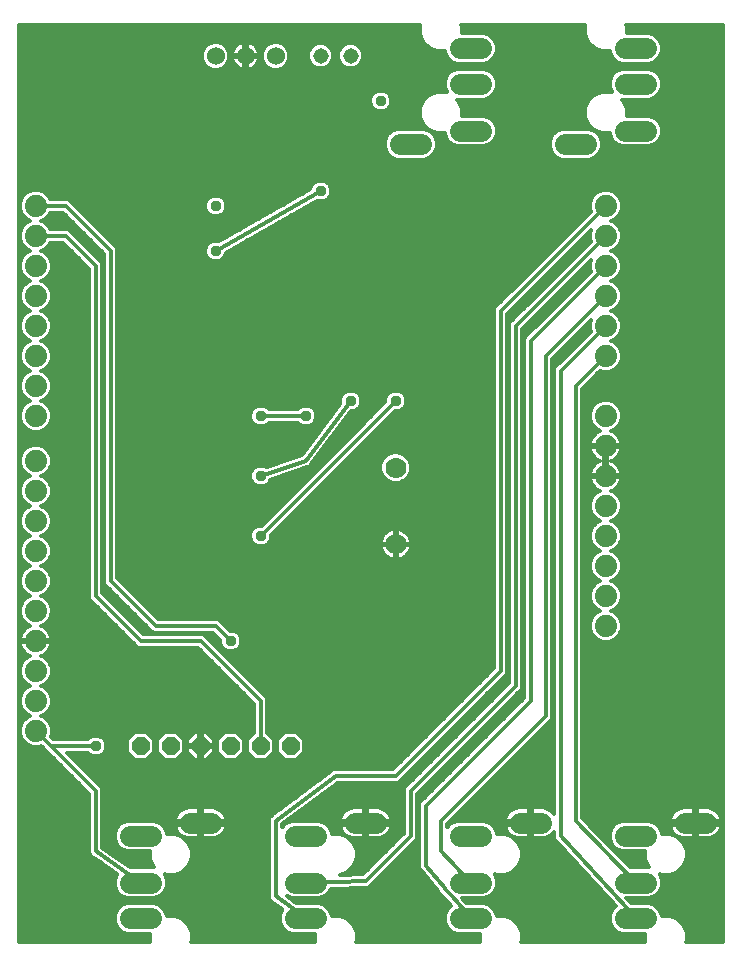
<source format=gbl>
G75*
%MOIN*%
%OFA0B0*%
%FSLAX25Y25*%
%IPPOS*%
%LPD*%
%AMOC8*
5,1,8,0,0,1.08239X$1,22.5*
%
%ADD10C,0.05150*%
%ADD11C,0.07400*%
%ADD12C,0.06000*%
%ADD13OC8,0.06000*%
%ADD14C,0.07087*%
%ADD15C,0.07000*%
%ADD16C,0.01200*%
%ADD17C,0.03765*%
D10*
X0111600Y0327524D03*
X0121600Y0327524D03*
D11*
X0206600Y0277524D03*
X0206600Y0267524D03*
X0206600Y0257524D03*
X0206600Y0247524D03*
X0206600Y0237524D03*
X0206600Y0227524D03*
X0206600Y0207524D03*
X0206600Y0197524D03*
X0206600Y0187524D03*
X0206600Y0177524D03*
X0206600Y0167524D03*
X0206600Y0157524D03*
X0206600Y0147524D03*
X0206600Y0137524D03*
X0016600Y0142524D03*
X0016600Y0152524D03*
X0016600Y0162524D03*
X0016600Y0172524D03*
X0016600Y0182524D03*
X0016600Y0192524D03*
X0016600Y0207524D03*
X0016600Y0217524D03*
X0016600Y0227524D03*
X0016600Y0237524D03*
X0016600Y0247524D03*
X0016600Y0257524D03*
X0016600Y0267524D03*
X0016600Y0277524D03*
X0016600Y0132524D03*
X0016600Y0122524D03*
X0016600Y0112524D03*
X0016600Y0102524D03*
D12*
X0076600Y0327524D03*
X0086600Y0327524D03*
X0096600Y0327524D03*
D13*
X0091600Y0097524D03*
X0081600Y0097524D03*
X0071600Y0097524D03*
X0061600Y0097524D03*
X0051600Y0097524D03*
X0101600Y0097524D03*
D14*
X0103057Y0067524D02*
X0110143Y0067524D01*
X0123057Y0071899D02*
X0130143Y0071899D01*
X0110143Y0051899D02*
X0103057Y0051899D01*
X0103057Y0040024D02*
X0110143Y0040024D01*
X0075143Y0071899D02*
X0068057Y0071899D01*
X0055143Y0067524D02*
X0048057Y0067524D01*
X0048057Y0051899D02*
X0055143Y0051899D01*
X0055143Y0040024D02*
X0048057Y0040024D01*
X0158057Y0040024D02*
X0165143Y0040024D01*
X0165143Y0051899D02*
X0158057Y0051899D01*
X0158057Y0067524D02*
X0165143Y0067524D01*
X0178057Y0071899D02*
X0185143Y0071899D01*
X0213057Y0067524D02*
X0220143Y0067524D01*
X0233057Y0071899D02*
X0240143Y0071899D01*
X0220143Y0051899D02*
X0213057Y0051899D01*
X0213057Y0040024D02*
X0220143Y0040024D01*
X0200143Y0298149D02*
X0193057Y0298149D01*
X0213057Y0302524D02*
X0220143Y0302524D01*
X0220143Y0318149D02*
X0213057Y0318149D01*
X0213057Y0330024D02*
X0220143Y0330024D01*
X0165143Y0330024D02*
X0158057Y0330024D01*
X0158057Y0318149D02*
X0165143Y0318149D01*
X0165143Y0302524D02*
X0158057Y0302524D01*
X0145143Y0298149D02*
X0138057Y0298149D01*
D15*
X0136600Y0190319D03*
X0136600Y0164728D03*
D16*
X0011200Y0032124D02*
X0011200Y0337884D01*
X0144752Y0337884D01*
X0144638Y0337609D01*
X0144638Y0334840D01*
X0145698Y0332281D01*
X0147656Y0330322D01*
X0150215Y0329262D01*
X0152913Y0329262D01*
X0152913Y0329001D01*
X0153696Y0327110D01*
X0155143Y0325663D01*
X0157034Y0324880D01*
X0166166Y0324880D01*
X0168057Y0325663D01*
X0169504Y0327110D01*
X0170287Y0329001D01*
X0170287Y0331047D01*
X0169504Y0332937D01*
X0168057Y0334384D01*
X0166166Y0335167D01*
X0158562Y0335167D01*
X0158562Y0337609D01*
X0158448Y0337884D01*
X0199752Y0337884D01*
X0199638Y0337609D01*
X0199638Y0334840D01*
X0200698Y0332281D01*
X0202656Y0330322D01*
X0205215Y0329262D01*
X0207913Y0329262D01*
X0207913Y0329001D01*
X0208696Y0327110D01*
X0210143Y0325663D01*
X0212034Y0324880D01*
X0221166Y0324880D01*
X0223057Y0325663D01*
X0224504Y0327110D01*
X0225287Y0329001D01*
X0225287Y0331047D01*
X0224504Y0332937D01*
X0223057Y0334384D01*
X0221166Y0335167D01*
X0213562Y0335167D01*
X0213562Y0337609D01*
X0213448Y0337884D01*
X0245701Y0337884D01*
X0245701Y0032124D01*
X0233432Y0032124D01*
X0233562Y0032438D01*
X0233562Y0035208D01*
X0232502Y0037767D01*
X0230544Y0039725D01*
X0227985Y0040785D01*
X0225287Y0040785D01*
X0225287Y0041047D01*
X0224504Y0042937D01*
X0223057Y0044384D01*
X0221166Y0045167D01*
X0214897Y0045167D01*
X0213453Y0046755D01*
X0221166Y0046755D01*
X0223057Y0047538D01*
X0224504Y0048985D01*
X0225287Y0050876D01*
X0225287Y0052922D01*
X0224552Y0054694D01*
X0225215Y0054420D01*
X0227985Y0054420D01*
X0230544Y0055480D01*
X0232502Y0057438D01*
X0233562Y0059997D01*
X0233562Y0062767D01*
X0232502Y0065326D01*
X0230544Y0067284D01*
X0227985Y0068344D01*
X0225287Y0068344D01*
X0225287Y0068547D01*
X0224504Y0070437D01*
X0223057Y0071884D01*
X0221166Y0072667D01*
X0212034Y0072667D01*
X0210143Y0071884D01*
X0208696Y0070437D01*
X0207913Y0068547D01*
X0207913Y0066501D01*
X0208696Y0064610D01*
X0210143Y0063163D01*
X0212034Y0062380D01*
X0219638Y0062380D01*
X0219638Y0059997D01*
X0220698Y0057438D01*
X0221094Y0057042D01*
X0214677Y0057042D01*
X0198800Y0073415D01*
X0198800Y0216612D01*
X0204744Y0222556D01*
X0205546Y0222224D01*
X0207654Y0222224D01*
X0209602Y0223030D01*
X0211093Y0224521D01*
X0211900Y0226469D01*
X0211900Y0228578D01*
X0211093Y0230526D01*
X0209602Y0232017D01*
X0208378Y0232524D01*
X0209602Y0233030D01*
X0211093Y0234521D01*
X0211900Y0236469D01*
X0211900Y0238578D01*
X0211093Y0240526D01*
X0209602Y0242017D01*
X0208378Y0242524D01*
X0209602Y0243030D01*
X0211093Y0244521D01*
X0211900Y0246469D01*
X0211900Y0248578D01*
X0211093Y0250526D01*
X0209602Y0252017D01*
X0208378Y0252524D01*
X0209602Y0253030D01*
X0211093Y0254521D01*
X0211900Y0256469D01*
X0211900Y0258578D01*
X0211093Y0260526D01*
X0209602Y0262017D01*
X0208378Y0262524D01*
X0209602Y0263030D01*
X0211093Y0264521D01*
X0211900Y0266469D01*
X0211900Y0268578D01*
X0211093Y0270526D01*
X0209602Y0272017D01*
X0208378Y0272524D01*
X0209602Y0273030D01*
X0211093Y0274521D01*
X0211900Y0276469D01*
X0211900Y0278578D01*
X0211093Y0280526D01*
X0209602Y0282017D01*
X0207654Y0282824D01*
X0205546Y0282824D01*
X0203598Y0282017D01*
X0202107Y0280526D01*
X0201300Y0278578D01*
X0201300Y0276469D01*
X0201632Y0275667D01*
X0169400Y0243435D01*
X0169400Y0123435D01*
X0135689Y0089724D01*
X0116756Y0089724D01*
X0116009Y0089830D01*
X0115867Y0089724D01*
X0115689Y0089724D01*
X0115155Y0089190D01*
X0095867Y0074724D01*
X0095689Y0074724D01*
X0095155Y0074190D01*
X0094551Y0073737D01*
X0094526Y0073561D01*
X0094400Y0073435D01*
X0094400Y0072680D01*
X0094293Y0071933D01*
X0094400Y0071790D01*
X0094400Y0048257D01*
X0094293Y0048115D01*
X0094400Y0047367D01*
X0094400Y0046612D01*
X0094526Y0046487D01*
X0094551Y0046310D01*
X0095155Y0045857D01*
X0095689Y0045324D01*
X0095867Y0045324D01*
X0098847Y0043088D01*
X0098696Y0042937D01*
X0097913Y0041047D01*
X0097913Y0039001D01*
X0098696Y0037110D01*
X0100143Y0035663D01*
X0102034Y0034880D01*
X0109638Y0034880D01*
X0109638Y0032438D01*
X0109768Y0032124D01*
X0068432Y0032124D01*
X0068562Y0032438D01*
X0068562Y0035208D01*
X0067502Y0037767D01*
X0065544Y0039725D01*
X0062985Y0040785D01*
X0060287Y0040785D01*
X0060287Y0041047D01*
X0059504Y0042937D01*
X0058057Y0044384D01*
X0056166Y0045167D01*
X0047034Y0045167D01*
X0045143Y0044384D01*
X0043696Y0042937D01*
X0042913Y0041047D01*
X0042913Y0039001D01*
X0043696Y0037110D01*
X0045143Y0035663D01*
X0047034Y0034880D01*
X0054638Y0034880D01*
X0054638Y0032438D01*
X0054768Y0032124D01*
X0011200Y0032124D01*
X0011200Y0032318D02*
X0054688Y0032318D01*
X0054638Y0033516D02*
X0011200Y0033516D01*
X0011200Y0034715D02*
X0054638Y0034715D01*
X0059931Y0041906D02*
X0098269Y0041906D01*
X0097913Y0040707D02*
X0063173Y0040707D01*
X0065760Y0039509D02*
X0097913Y0039509D01*
X0098199Y0038310D02*
X0066959Y0038310D01*
X0067774Y0037112D02*
X0098696Y0037112D01*
X0099893Y0035913D02*
X0068270Y0035913D01*
X0068562Y0034715D02*
X0109638Y0034715D01*
X0109638Y0033516D02*
X0068562Y0033516D01*
X0068512Y0032318D02*
X0109688Y0032318D01*
X0106600Y0040024D02*
X0096600Y0047524D01*
X0096600Y0072524D01*
X0116600Y0087524D01*
X0136600Y0087524D01*
X0171600Y0122524D01*
X0171600Y0242524D01*
X0206600Y0277524D01*
X0209790Y0273218D02*
X0245701Y0273218D01*
X0245701Y0272020D02*
X0209594Y0272020D01*
X0210798Y0270821D02*
X0245701Y0270821D01*
X0245701Y0269623D02*
X0211467Y0269623D01*
X0211900Y0268424D02*
X0245701Y0268424D01*
X0245701Y0267226D02*
X0211900Y0267226D01*
X0211717Y0266027D02*
X0245701Y0266027D01*
X0245701Y0264829D02*
X0211220Y0264829D01*
X0210202Y0263630D02*
X0245701Y0263630D01*
X0245701Y0262432D02*
X0208600Y0262432D01*
X0210386Y0261233D02*
X0245701Y0261233D01*
X0245701Y0260035D02*
X0211296Y0260035D01*
X0211793Y0258836D02*
X0245701Y0258836D01*
X0245701Y0257638D02*
X0211900Y0257638D01*
X0211888Y0256439D02*
X0245701Y0256439D01*
X0245701Y0255241D02*
X0211391Y0255241D01*
X0210614Y0254042D02*
X0245701Y0254042D01*
X0245701Y0252844D02*
X0209151Y0252844D01*
X0209974Y0251645D02*
X0245701Y0251645D01*
X0245701Y0250447D02*
X0211126Y0250447D01*
X0211622Y0249248D02*
X0245701Y0249248D01*
X0245701Y0248050D02*
X0211900Y0248050D01*
X0211900Y0246851D02*
X0245701Y0246851D01*
X0245701Y0245653D02*
X0211562Y0245653D01*
X0211026Y0244454D02*
X0245701Y0244454D01*
X0245701Y0243256D02*
X0209827Y0243256D01*
X0209505Y0242057D02*
X0245701Y0242057D01*
X0245701Y0240859D02*
X0210760Y0240859D01*
X0211452Y0239660D02*
X0245701Y0239660D01*
X0245701Y0238462D02*
X0211900Y0238462D01*
X0211900Y0237263D02*
X0245701Y0237263D01*
X0245701Y0236065D02*
X0211732Y0236065D01*
X0211236Y0234866D02*
X0245701Y0234866D01*
X0245701Y0233668D02*
X0210239Y0233668D01*
X0208510Y0232469D02*
X0245701Y0232469D01*
X0245701Y0231271D02*
X0210348Y0231271D01*
X0211281Y0230072D02*
X0245701Y0230072D01*
X0245701Y0228874D02*
X0211778Y0228874D01*
X0211900Y0227675D02*
X0245701Y0227675D01*
X0245701Y0226477D02*
X0211900Y0226477D01*
X0211406Y0225278D02*
X0245701Y0225278D01*
X0245701Y0224079D02*
X0210651Y0224079D01*
X0209241Y0222881D02*
X0245701Y0222881D01*
X0245701Y0221682D02*
X0203870Y0221682D01*
X0202672Y0220484D02*
X0245701Y0220484D01*
X0245701Y0219285D02*
X0201473Y0219285D01*
X0200275Y0218087D02*
X0245701Y0218087D01*
X0245701Y0216888D02*
X0199076Y0216888D01*
X0198800Y0215690D02*
X0245701Y0215690D01*
X0245701Y0214491D02*
X0198800Y0214491D01*
X0198800Y0213293D02*
X0245701Y0213293D01*
X0245701Y0212094D02*
X0209415Y0212094D01*
X0209602Y0212017D02*
X0207654Y0212824D01*
X0205546Y0212824D01*
X0203598Y0212017D01*
X0202107Y0210526D01*
X0201300Y0208578D01*
X0201300Y0206469D01*
X0202107Y0204521D01*
X0203598Y0203030D01*
X0204828Y0202521D01*
X0204566Y0202435D01*
X0203822Y0202057D01*
X0203147Y0201566D01*
X0202557Y0200976D01*
X0202067Y0200301D01*
X0201688Y0199558D01*
X0201430Y0198765D01*
X0201300Y0197941D01*
X0201300Y0197924D01*
X0206200Y0197924D01*
X0206200Y0197124D01*
X0201300Y0197124D01*
X0201300Y0197106D01*
X0201430Y0196283D01*
X0201688Y0195489D01*
X0202067Y0194746D01*
X0202557Y0194071D01*
X0203147Y0193481D01*
X0203822Y0192991D01*
X0204566Y0192612D01*
X0204837Y0192524D01*
X0204566Y0192435D01*
X0203822Y0192057D01*
X0203147Y0191566D01*
X0202557Y0190976D01*
X0202067Y0190301D01*
X0201688Y0189558D01*
X0201430Y0188765D01*
X0201300Y0187941D01*
X0201300Y0187924D01*
X0206200Y0187924D01*
X0206200Y0197124D01*
X0207000Y0197124D01*
X0207000Y0197924D01*
X0211900Y0197924D01*
X0211900Y0197941D01*
X0211769Y0198765D01*
X0211512Y0199558D01*
X0211133Y0200301D01*
X0210643Y0200976D01*
X0210053Y0201566D01*
X0209378Y0202057D01*
X0208634Y0202435D01*
X0208372Y0202521D01*
X0209602Y0203030D01*
X0211093Y0204521D01*
X0211900Y0206469D01*
X0211900Y0208578D01*
X0211093Y0210526D01*
X0209602Y0212017D01*
X0210723Y0210896D02*
X0245701Y0210896D01*
X0245701Y0209697D02*
X0211436Y0209697D01*
X0211900Y0208499D02*
X0245701Y0208499D01*
X0245701Y0207300D02*
X0211900Y0207300D01*
X0211748Y0206102D02*
X0245701Y0206102D01*
X0245701Y0204903D02*
X0211251Y0204903D01*
X0210276Y0203705D02*
X0245701Y0203705D01*
X0245701Y0202506D02*
X0208416Y0202506D01*
X0210311Y0201308D02*
X0245701Y0201308D01*
X0245701Y0200109D02*
X0211231Y0200109D01*
X0211722Y0198911D02*
X0245701Y0198911D01*
X0245701Y0197712D02*
X0207000Y0197712D01*
X0207000Y0197124D02*
X0211900Y0197124D01*
X0211900Y0197106D01*
X0211769Y0196283D01*
X0211512Y0195489D01*
X0211133Y0194746D01*
X0210643Y0194071D01*
X0210053Y0193481D01*
X0209378Y0192991D01*
X0208634Y0192612D01*
X0208363Y0192524D01*
X0208634Y0192435D01*
X0209378Y0192057D01*
X0210053Y0191566D01*
X0210643Y0190976D01*
X0211133Y0190301D01*
X0211512Y0189558D01*
X0211769Y0188765D01*
X0211900Y0187941D01*
X0211900Y0187924D01*
X0207000Y0187924D01*
X0206200Y0187924D01*
X0206200Y0187124D01*
X0201300Y0187124D01*
X0201300Y0187106D01*
X0201430Y0186283D01*
X0201688Y0185489D01*
X0202067Y0184746D01*
X0202557Y0184071D01*
X0203147Y0183481D01*
X0203822Y0182991D01*
X0204566Y0182612D01*
X0204828Y0182526D01*
X0203598Y0182017D01*
X0202107Y0180526D01*
X0201300Y0178578D01*
X0201300Y0176469D01*
X0202107Y0174521D01*
X0203598Y0173030D01*
X0204822Y0172524D01*
X0203598Y0172017D01*
X0202107Y0170526D01*
X0201300Y0168578D01*
X0201300Y0166469D01*
X0202107Y0164521D01*
X0203598Y0163030D01*
X0204822Y0162524D01*
X0203598Y0162017D01*
X0202107Y0160526D01*
X0201300Y0158578D01*
X0201300Y0156469D01*
X0202107Y0154521D01*
X0203598Y0153030D01*
X0204822Y0152524D01*
X0203598Y0152017D01*
X0202107Y0150526D01*
X0201300Y0148578D01*
X0201300Y0146469D01*
X0202107Y0144521D01*
X0203598Y0143030D01*
X0204822Y0142524D01*
X0203598Y0142017D01*
X0202107Y0140526D01*
X0201300Y0138578D01*
X0201300Y0136469D01*
X0202107Y0134521D01*
X0203598Y0133030D01*
X0205546Y0132224D01*
X0207654Y0132224D01*
X0209602Y0133030D01*
X0211093Y0134521D01*
X0211900Y0136469D01*
X0211900Y0138578D01*
X0211093Y0140526D01*
X0209602Y0142017D01*
X0208378Y0142524D01*
X0209602Y0143030D01*
X0211093Y0144521D01*
X0211900Y0146469D01*
X0211900Y0148578D01*
X0211093Y0150526D01*
X0209602Y0152017D01*
X0208378Y0152524D01*
X0209602Y0153030D01*
X0211093Y0154521D01*
X0211900Y0156469D01*
X0211900Y0158578D01*
X0211093Y0160526D01*
X0209602Y0162017D01*
X0208378Y0162524D01*
X0209602Y0163030D01*
X0211093Y0164521D01*
X0211900Y0166469D01*
X0211900Y0168578D01*
X0211093Y0170526D01*
X0209602Y0172017D01*
X0208378Y0172524D01*
X0209602Y0173030D01*
X0211093Y0174521D01*
X0211900Y0176469D01*
X0211900Y0178578D01*
X0211093Y0180526D01*
X0209602Y0182017D01*
X0208372Y0182526D01*
X0208634Y0182612D01*
X0209378Y0182991D01*
X0210053Y0183481D01*
X0210643Y0184071D01*
X0211133Y0184746D01*
X0211512Y0185489D01*
X0211769Y0186283D01*
X0211900Y0187106D01*
X0211900Y0187124D01*
X0207000Y0187124D01*
X0207000Y0187924D01*
X0207000Y0192224D01*
X0207000Y0197124D01*
X0207000Y0196514D02*
X0206200Y0196514D01*
X0206200Y0197712D02*
X0198800Y0197712D01*
X0198800Y0196514D02*
X0201394Y0196514D01*
X0201777Y0195315D02*
X0198800Y0195315D01*
X0198800Y0194117D02*
X0202524Y0194117D01*
X0203964Y0192918D02*
X0198800Y0192918D01*
X0198800Y0191720D02*
X0203358Y0191720D01*
X0202227Y0190521D02*
X0198800Y0190521D01*
X0198800Y0189323D02*
X0201612Y0189323D01*
X0201329Y0188124D02*
X0198800Y0188124D01*
X0198800Y0186926D02*
X0201329Y0186926D01*
X0201611Y0185727D02*
X0198800Y0185727D01*
X0198800Y0184529D02*
X0202225Y0184529D01*
X0203355Y0183330D02*
X0198800Y0183330D01*
X0198800Y0182132D02*
X0203875Y0182132D01*
X0202514Y0180933D02*
X0198800Y0180933D01*
X0198800Y0179735D02*
X0201779Y0179735D01*
X0201300Y0178536D02*
X0198800Y0178536D01*
X0198800Y0177338D02*
X0201300Y0177338D01*
X0201437Y0176139D02*
X0198800Y0176139D01*
X0198800Y0174941D02*
X0201933Y0174941D01*
X0202886Y0173742D02*
X0198800Y0173742D01*
X0198800Y0172543D02*
X0204774Y0172543D01*
X0202926Y0171345D02*
X0198800Y0171345D01*
X0198800Y0170146D02*
X0201950Y0170146D01*
X0201453Y0168948D02*
X0198800Y0168948D01*
X0198800Y0167749D02*
X0201300Y0167749D01*
X0201300Y0166551D02*
X0198800Y0166551D01*
X0198800Y0165352D02*
X0201763Y0165352D01*
X0202474Y0164154D02*
X0198800Y0164154D01*
X0198800Y0162955D02*
X0203779Y0162955D01*
X0203338Y0161757D02*
X0198800Y0161757D01*
X0198800Y0160558D02*
X0202139Y0160558D01*
X0201624Y0159360D02*
X0198800Y0159360D01*
X0198800Y0158161D02*
X0201300Y0158161D01*
X0201300Y0156963D02*
X0198800Y0156963D01*
X0198800Y0155764D02*
X0201592Y0155764D01*
X0202088Y0154566D02*
X0198800Y0154566D01*
X0198800Y0153367D02*
X0203261Y0153367D01*
X0203965Y0152169D02*
X0198800Y0152169D01*
X0198800Y0150970D02*
X0202551Y0150970D01*
X0201795Y0149772D02*
X0198800Y0149772D01*
X0198800Y0148573D02*
X0201300Y0148573D01*
X0201300Y0147375D02*
X0198800Y0147375D01*
X0198800Y0146176D02*
X0201421Y0146176D01*
X0201918Y0144978D02*
X0198800Y0144978D01*
X0198800Y0143779D02*
X0202849Y0143779D01*
X0204684Y0142581D02*
X0198800Y0142581D01*
X0198800Y0141382D02*
X0202963Y0141382D01*
X0201965Y0140184D02*
X0198800Y0140184D01*
X0198800Y0138985D02*
X0201469Y0138985D01*
X0201300Y0137787D02*
X0198800Y0137787D01*
X0198800Y0136588D02*
X0201300Y0136588D01*
X0201747Y0135390D02*
X0198800Y0135390D01*
X0198800Y0134191D02*
X0202437Y0134191D01*
X0203689Y0132993D02*
X0198800Y0132993D01*
X0198800Y0131794D02*
X0245701Y0131794D01*
X0245701Y0130596D02*
X0198800Y0130596D01*
X0198800Y0129397D02*
X0245701Y0129397D01*
X0245701Y0128199D02*
X0198800Y0128199D01*
X0198800Y0127000D02*
X0245701Y0127000D01*
X0245701Y0125802D02*
X0198800Y0125802D01*
X0198800Y0124603D02*
X0245701Y0124603D01*
X0245701Y0123405D02*
X0198800Y0123405D01*
X0198800Y0122206D02*
X0245701Y0122206D01*
X0245701Y0121008D02*
X0198800Y0121008D01*
X0198800Y0119809D02*
X0245701Y0119809D01*
X0245701Y0118610D02*
X0198800Y0118610D01*
X0198800Y0117412D02*
X0245701Y0117412D01*
X0245701Y0116213D02*
X0198800Y0116213D01*
X0198800Y0115015D02*
X0245701Y0115015D01*
X0245701Y0113816D02*
X0198800Y0113816D01*
X0198800Y0112618D02*
X0245701Y0112618D01*
X0245701Y0111419D02*
X0198800Y0111419D01*
X0198800Y0110221D02*
X0245701Y0110221D01*
X0245701Y0109022D02*
X0198800Y0109022D01*
X0198800Y0107824D02*
X0245701Y0107824D01*
X0245701Y0106625D02*
X0198800Y0106625D01*
X0198800Y0105427D02*
X0245701Y0105427D01*
X0245701Y0104228D02*
X0198800Y0104228D01*
X0198800Y0103030D02*
X0245701Y0103030D01*
X0245701Y0101831D02*
X0198800Y0101831D01*
X0198800Y0100633D02*
X0245701Y0100633D01*
X0245701Y0099434D02*
X0198800Y0099434D01*
X0198800Y0098236D02*
X0245701Y0098236D01*
X0245701Y0097037D02*
X0198800Y0097037D01*
X0198800Y0095839D02*
X0245701Y0095839D01*
X0245701Y0094640D02*
X0198800Y0094640D01*
X0198800Y0093442D02*
X0245701Y0093442D01*
X0245701Y0092243D02*
X0198800Y0092243D01*
X0198800Y0091045D02*
X0245701Y0091045D01*
X0245701Y0089846D02*
X0198800Y0089846D01*
X0198800Y0088648D02*
X0245701Y0088648D01*
X0245701Y0087449D02*
X0198800Y0087449D01*
X0198800Y0086251D02*
X0245701Y0086251D01*
X0245701Y0085052D02*
X0198800Y0085052D01*
X0198800Y0083854D02*
X0245701Y0083854D01*
X0245701Y0082655D02*
X0198800Y0082655D01*
X0198800Y0081457D02*
X0245701Y0081457D01*
X0245701Y0080258D02*
X0198800Y0080258D01*
X0198800Y0079060D02*
X0245701Y0079060D01*
X0245701Y0077861D02*
X0198800Y0077861D01*
X0198800Y0076663D02*
X0231077Y0076663D01*
X0231082Y0076665D02*
X0230361Y0076298D01*
X0229706Y0075822D01*
X0229134Y0075249D01*
X0228658Y0074594D01*
X0228290Y0073873D01*
X0228040Y0073103D01*
X0227941Y0072480D01*
X0236019Y0072480D01*
X0236019Y0077042D01*
X0232652Y0077042D01*
X0231852Y0076915D01*
X0231082Y0076665D01*
X0229348Y0075464D02*
X0198800Y0075464D01*
X0198800Y0074266D02*
X0228490Y0074266D01*
X0228034Y0073067D02*
X0199138Y0073067D01*
X0200300Y0071869D02*
X0210128Y0071869D01*
X0208929Y0070670D02*
X0201462Y0070670D01*
X0202624Y0069472D02*
X0208296Y0069472D01*
X0207913Y0068273D02*
X0203786Y0068273D01*
X0204948Y0067074D02*
X0207913Y0067074D01*
X0208172Y0065876D02*
X0206111Y0065876D01*
X0207273Y0064677D02*
X0208669Y0064677D01*
X0208435Y0063479D02*
X0209828Y0063479D01*
X0209597Y0062280D02*
X0219638Y0062280D01*
X0219638Y0061082D02*
X0210759Y0061082D01*
X0211922Y0059883D02*
X0219685Y0059883D01*
X0220181Y0058685D02*
X0213084Y0058685D01*
X0214246Y0057486D02*
X0220678Y0057486D01*
X0224885Y0053891D02*
X0245701Y0053891D01*
X0245701Y0055089D02*
X0229602Y0055089D01*
X0231352Y0056288D02*
X0245701Y0056288D01*
X0245701Y0057486D02*
X0232522Y0057486D01*
X0233019Y0058685D02*
X0245701Y0058685D01*
X0245701Y0059883D02*
X0233515Y0059883D01*
X0233562Y0061082D02*
X0245701Y0061082D01*
X0245701Y0062280D02*
X0233562Y0062280D01*
X0233267Y0063479D02*
X0245701Y0063479D01*
X0245701Y0064677D02*
X0232771Y0064677D01*
X0231952Y0065876D02*
X0245701Y0065876D01*
X0245701Y0067074D02*
X0241940Y0067074D01*
X0242118Y0067132D02*
X0242839Y0067500D01*
X0243494Y0067976D01*
X0244066Y0068548D01*
X0244542Y0069203D01*
X0244910Y0069924D01*
X0245160Y0070694D01*
X0245259Y0071317D01*
X0237181Y0071317D01*
X0237181Y0066755D01*
X0240548Y0066755D01*
X0241348Y0066882D01*
X0242118Y0067132D01*
X0243791Y0068273D02*
X0245701Y0068273D01*
X0245701Y0069472D02*
X0244679Y0069472D01*
X0245152Y0070670D02*
X0245701Y0070670D01*
X0245701Y0071869D02*
X0237181Y0071869D01*
X0237181Y0071317D02*
X0237181Y0072480D01*
X0236019Y0072480D01*
X0236019Y0071317D01*
X0237181Y0071317D01*
X0237181Y0070670D02*
X0236019Y0070670D01*
X0236019Y0071317D02*
X0236019Y0066755D01*
X0232652Y0066755D01*
X0231852Y0066882D01*
X0231082Y0067132D01*
X0230361Y0067500D01*
X0229706Y0067976D01*
X0229134Y0068548D01*
X0228658Y0069203D01*
X0228290Y0069924D01*
X0228040Y0070694D01*
X0227941Y0071317D01*
X0236019Y0071317D01*
X0236019Y0071869D02*
X0223072Y0071869D01*
X0224271Y0070670D02*
X0228048Y0070670D01*
X0228521Y0069472D02*
X0224904Y0069472D01*
X0228156Y0068273D02*
X0229409Y0068273D01*
X0230753Y0067074D02*
X0231260Y0067074D01*
X0236019Y0067074D02*
X0237181Y0067074D01*
X0237181Y0068273D02*
X0236019Y0068273D01*
X0236019Y0069472D02*
X0237181Y0069472D01*
X0237181Y0072480D02*
X0245259Y0072480D01*
X0245160Y0073103D01*
X0244910Y0073873D01*
X0244542Y0074594D01*
X0244066Y0075249D01*
X0243494Y0075822D01*
X0242839Y0076298D01*
X0242118Y0076665D01*
X0241348Y0076915D01*
X0240548Y0077042D01*
X0237181Y0077042D01*
X0237181Y0072480D01*
X0237181Y0073067D02*
X0236019Y0073067D01*
X0236019Y0074266D02*
X0237181Y0074266D01*
X0237181Y0075464D02*
X0236019Y0075464D01*
X0236019Y0076663D02*
X0237181Y0076663D01*
X0242123Y0076663D02*
X0245701Y0076663D01*
X0245701Y0075464D02*
X0243852Y0075464D01*
X0244710Y0074266D02*
X0245701Y0074266D01*
X0245701Y0073067D02*
X0245166Y0073067D01*
X0245701Y0052692D02*
X0225287Y0052692D01*
X0225287Y0051494D02*
X0245701Y0051494D01*
X0245701Y0050295D02*
X0225046Y0050295D01*
X0224550Y0049097D02*
X0245701Y0049097D01*
X0245701Y0047898D02*
X0223417Y0047898D01*
X0223138Y0044303D02*
X0245701Y0044303D01*
X0245701Y0045501D02*
X0214593Y0045501D01*
X0213504Y0046700D02*
X0245701Y0046700D01*
X0245701Y0043104D02*
X0224336Y0043104D01*
X0224931Y0041906D02*
X0245701Y0041906D01*
X0245701Y0040707D02*
X0228173Y0040707D01*
X0230760Y0039509D02*
X0245701Y0039509D01*
X0245701Y0038310D02*
X0231959Y0038310D01*
X0232774Y0037112D02*
X0245701Y0037112D01*
X0245701Y0035913D02*
X0233270Y0035913D01*
X0233562Y0034715D02*
X0245701Y0034715D01*
X0245701Y0033516D02*
X0233562Y0033516D01*
X0233512Y0032318D02*
X0245701Y0032318D01*
X0219768Y0032124D02*
X0178432Y0032124D01*
X0178562Y0032438D01*
X0178562Y0035208D01*
X0177502Y0037767D01*
X0175544Y0039725D01*
X0172985Y0040785D01*
X0170287Y0040785D01*
X0170287Y0041047D01*
X0169504Y0042937D01*
X0168057Y0044384D01*
X0166166Y0045167D01*
X0160089Y0045167D01*
X0158728Y0046755D01*
X0166166Y0046755D01*
X0168057Y0047538D01*
X0169504Y0048985D01*
X0170287Y0050876D01*
X0170287Y0052922D01*
X0169552Y0054694D01*
X0170215Y0054420D01*
X0172985Y0054420D01*
X0175544Y0055480D01*
X0177502Y0057438D01*
X0178562Y0059997D01*
X0178562Y0062767D01*
X0177502Y0065326D01*
X0175544Y0067284D01*
X0172985Y0068344D01*
X0170287Y0068344D01*
X0170287Y0068547D01*
X0169504Y0070437D01*
X0168057Y0071884D01*
X0166166Y0072667D01*
X0157034Y0072667D01*
X0155143Y0071884D01*
X0153800Y0070541D01*
X0153800Y0071612D01*
X0187511Y0105324D01*
X0188800Y0106612D01*
X0188800Y0226612D01*
X0201678Y0239490D01*
X0201300Y0238578D01*
X0201300Y0236469D01*
X0201632Y0235667D01*
X0189400Y0223435D01*
X0189400Y0074790D01*
X0189066Y0075249D01*
X0188494Y0075822D01*
X0187839Y0076298D01*
X0187118Y0076665D01*
X0186348Y0076915D01*
X0185548Y0077042D01*
X0182181Y0077042D01*
X0182181Y0072480D01*
X0181019Y0072480D01*
X0181019Y0077042D01*
X0177652Y0077042D01*
X0176852Y0076915D01*
X0176082Y0076665D01*
X0175361Y0076298D01*
X0174706Y0075822D01*
X0174134Y0075249D01*
X0173658Y0074594D01*
X0173290Y0073873D01*
X0173040Y0073103D01*
X0172941Y0072480D01*
X0181019Y0072480D01*
X0181019Y0071317D01*
X0182181Y0071317D01*
X0182181Y0066755D01*
X0185548Y0066755D01*
X0186348Y0066882D01*
X0187118Y0067132D01*
X0187839Y0067500D01*
X0188494Y0067976D01*
X0189066Y0068548D01*
X0189400Y0069007D01*
X0189400Y0067576D01*
X0189359Y0066718D01*
X0189400Y0066673D01*
X0189400Y0066612D01*
X0190007Y0066005D01*
X0209892Y0044132D01*
X0208696Y0042937D01*
X0207913Y0041047D01*
X0207913Y0039001D01*
X0208696Y0037110D01*
X0210143Y0035663D01*
X0212034Y0034880D01*
X0219638Y0034880D01*
X0219638Y0032438D01*
X0219768Y0032124D01*
X0219688Y0032318D02*
X0178512Y0032318D01*
X0178562Y0033516D02*
X0219638Y0033516D01*
X0219638Y0034715D02*
X0178562Y0034715D01*
X0178270Y0035913D02*
X0209893Y0035913D01*
X0208696Y0037112D02*
X0177774Y0037112D01*
X0176959Y0038310D02*
X0208199Y0038310D01*
X0207913Y0039509D02*
X0175760Y0039509D01*
X0173173Y0040707D02*
X0207913Y0040707D01*
X0208269Y0041906D02*
X0169931Y0041906D01*
X0169336Y0043104D02*
X0208864Y0043104D01*
X0209737Y0044303D02*
X0168138Y0044303D01*
X0168417Y0047898D02*
X0206468Y0047898D01*
X0207558Y0046700D02*
X0158775Y0046700D01*
X0159802Y0045501D02*
X0208647Y0045501D01*
X0205378Y0049097D02*
X0169550Y0049097D01*
X0170046Y0050295D02*
X0204289Y0050295D01*
X0203199Y0051494D02*
X0170287Y0051494D01*
X0170287Y0052692D02*
X0202110Y0052692D01*
X0201020Y0053891D02*
X0169885Y0053891D01*
X0174602Y0055089D02*
X0199931Y0055089D01*
X0198841Y0056288D02*
X0176352Y0056288D01*
X0177522Y0057486D02*
X0197752Y0057486D01*
X0196662Y0058685D02*
X0178019Y0058685D01*
X0178515Y0059883D02*
X0195572Y0059883D01*
X0194483Y0061082D02*
X0178562Y0061082D01*
X0178562Y0062280D02*
X0193393Y0062280D01*
X0192304Y0063479D02*
X0178267Y0063479D01*
X0177771Y0064677D02*
X0191214Y0064677D01*
X0190125Y0065876D02*
X0176952Y0065876D01*
X0176852Y0066882D02*
X0177652Y0066755D01*
X0181019Y0066755D01*
X0181019Y0071317D01*
X0172941Y0071317D01*
X0173040Y0070694D01*
X0173290Y0069924D01*
X0173658Y0069203D01*
X0174134Y0068548D01*
X0174706Y0067976D01*
X0175361Y0067500D01*
X0176082Y0067132D01*
X0176852Y0066882D01*
X0176260Y0067074D02*
X0175753Y0067074D01*
X0174409Y0068273D02*
X0173156Y0068273D01*
X0173521Y0069472D02*
X0169904Y0069472D01*
X0169271Y0070670D02*
X0173048Y0070670D01*
X0173034Y0073067D02*
X0155255Y0073067D01*
X0155128Y0071869D02*
X0154056Y0071869D01*
X0153929Y0070670D02*
X0153800Y0070670D01*
X0151600Y0072524D02*
X0186600Y0107524D01*
X0186600Y0227524D01*
X0206600Y0247524D01*
X0201206Y0255241D02*
X0197428Y0255241D01*
X0196230Y0254042D02*
X0200007Y0254042D01*
X0198809Y0252844D02*
X0195031Y0252844D01*
X0193833Y0251645D02*
X0197610Y0251645D01*
X0196412Y0250447D02*
X0192634Y0250447D01*
X0191436Y0249248D02*
X0195213Y0249248D01*
X0194015Y0248050D02*
X0190237Y0248050D01*
X0189039Y0246851D02*
X0192816Y0246851D01*
X0191618Y0245653D02*
X0187840Y0245653D01*
X0186642Y0244454D02*
X0190419Y0244454D01*
X0189221Y0243256D02*
X0185443Y0243256D01*
X0184245Y0242057D02*
X0188022Y0242057D01*
X0186824Y0240859D02*
X0183046Y0240859D01*
X0181848Y0239660D02*
X0185625Y0239660D01*
X0184427Y0238462D02*
X0180649Y0238462D01*
X0179451Y0237263D02*
X0183228Y0237263D01*
X0182030Y0236065D02*
X0178800Y0236065D01*
X0178800Y0236612D02*
X0201678Y0259490D01*
X0201300Y0258578D01*
X0201300Y0256469D01*
X0201632Y0255667D01*
X0179400Y0233435D01*
X0179400Y0113435D01*
X0144400Y0078435D01*
X0144400Y0057608D01*
X0144337Y0056784D01*
X0144400Y0056710D01*
X0144400Y0056612D01*
X0144985Y0056028D01*
X0150713Y0049344D01*
X0150713Y0048857D01*
X0152002Y0047568D01*
X0153637Y0045933D01*
X0155047Y0044288D01*
X0153696Y0042937D01*
X0152913Y0041047D01*
X0152913Y0039001D01*
X0153696Y0037110D01*
X0155143Y0035663D01*
X0157034Y0034880D01*
X0164638Y0034880D01*
X0164638Y0032438D01*
X0164768Y0032124D01*
X0123432Y0032124D01*
X0123562Y0032438D01*
X0123562Y0035208D01*
X0122502Y0037767D01*
X0120544Y0039725D01*
X0117985Y0040785D01*
X0115287Y0040785D01*
X0115287Y0041047D01*
X0114504Y0042937D01*
X0113057Y0044384D01*
X0111166Y0045167D01*
X0103409Y0045167D01*
X0100375Y0047442D01*
X0102034Y0046755D01*
X0111166Y0046755D01*
X0113057Y0047538D01*
X0114504Y0048985D01*
X0114906Y0049957D01*
X0126634Y0050324D01*
X0127511Y0050324D01*
X0127540Y0050352D01*
X0127580Y0050353D01*
X0128180Y0050992D01*
X0142511Y0065324D01*
X0143800Y0066612D01*
X0143800Y0081612D01*
X0177511Y0115324D01*
X0177511Y0115324D01*
X0178800Y0116612D01*
X0178800Y0236612D01*
X0178800Y0234866D02*
X0180831Y0234866D01*
X0179633Y0233668D02*
X0178800Y0233668D01*
X0178800Y0232469D02*
X0179400Y0232469D01*
X0179400Y0231271D02*
X0178800Y0231271D01*
X0178800Y0230072D02*
X0179400Y0230072D01*
X0179400Y0228874D02*
X0178800Y0228874D01*
X0178800Y0227675D02*
X0179400Y0227675D01*
X0179400Y0226477D02*
X0178800Y0226477D01*
X0178800Y0225278D02*
X0179400Y0225278D01*
X0179400Y0224079D02*
X0178800Y0224079D01*
X0178800Y0222881D02*
X0179400Y0222881D01*
X0179400Y0221682D02*
X0178800Y0221682D01*
X0178800Y0220484D02*
X0179400Y0220484D01*
X0179400Y0219285D02*
X0178800Y0219285D01*
X0178800Y0218087D02*
X0179400Y0218087D01*
X0179400Y0216888D02*
X0178800Y0216888D01*
X0178800Y0215690D02*
X0179400Y0215690D01*
X0179400Y0214491D02*
X0178800Y0214491D01*
X0178800Y0213293D02*
X0179400Y0213293D01*
X0179400Y0212094D02*
X0178800Y0212094D01*
X0178800Y0210896D02*
X0179400Y0210896D01*
X0179400Y0209697D02*
X0178800Y0209697D01*
X0178800Y0208499D02*
X0179400Y0208499D01*
X0179400Y0207300D02*
X0178800Y0207300D01*
X0178800Y0206102D02*
X0179400Y0206102D01*
X0179400Y0204903D02*
X0178800Y0204903D01*
X0178800Y0203705D02*
X0179400Y0203705D01*
X0179400Y0202506D02*
X0178800Y0202506D01*
X0178800Y0201308D02*
X0179400Y0201308D01*
X0179400Y0200109D02*
X0178800Y0200109D01*
X0178800Y0198911D02*
X0179400Y0198911D01*
X0179400Y0197712D02*
X0178800Y0197712D01*
X0178800Y0196514D02*
X0179400Y0196514D01*
X0179400Y0195315D02*
X0178800Y0195315D01*
X0178800Y0194117D02*
X0179400Y0194117D01*
X0179400Y0192918D02*
X0178800Y0192918D01*
X0178800Y0191720D02*
X0179400Y0191720D01*
X0179400Y0190521D02*
X0178800Y0190521D01*
X0178800Y0189323D02*
X0179400Y0189323D01*
X0179400Y0188124D02*
X0178800Y0188124D01*
X0178800Y0186926D02*
X0179400Y0186926D01*
X0179400Y0185727D02*
X0178800Y0185727D01*
X0178800Y0184529D02*
X0179400Y0184529D01*
X0179400Y0183330D02*
X0178800Y0183330D01*
X0178800Y0182132D02*
X0179400Y0182132D01*
X0179400Y0180933D02*
X0178800Y0180933D01*
X0178800Y0179735D02*
X0179400Y0179735D01*
X0179400Y0178536D02*
X0178800Y0178536D01*
X0178800Y0177338D02*
X0179400Y0177338D01*
X0179400Y0176139D02*
X0178800Y0176139D01*
X0178800Y0174941D02*
X0179400Y0174941D01*
X0179400Y0173742D02*
X0178800Y0173742D01*
X0178800Y0172543D02*
X0179400Y0172543D01*
X0179400Y0171345D02*
X0178800Y0171345D01*
X0178800Y0170146D02*
X0179400Y0170146D01*
X0179400Y0168948D02*
X0178800Y0168948D01*
X0178800Y0167749D02*
X0179400Y0167749D01*
X0179400Y0166551D02*
X0178800Y0166551D01*
X0178800Y0165352D02*
X0179400Y0165352D01*
X0179400Y0164154D02*
X0178800Y0164154D01*
X0178800Y0162955D02*
X0179400Y0162955D01*
X0179400Y0161757D02*
X0178800Y0161757D01*
X0178800Y0160558D02*
X0179400Y0160558D01*
X0179400Y0159360D02*
X0178800Y0159360D01*
X0178800Y0158161D02*
X0179400Y0158161D01*
X0179400Y0156963D02*
X0178800Y0156963D01*
X0178800Y0155764D02*
X0179400Y0155764D01*
X0179400Y0154566D02*
X0178800Y0154566D01*
X0178800Y0153367D02*
X0179400Y0153367D01*
X0179400Y0152169D02*
X0178800Y0152169D01*
X0178800Y0150970D02*
X0179400Y0150970D01*
X0179400Y0149772D02*
X0178800Y0149772D01*
X0178800Y0148573D02*
X0179400Y0148573D01*
X0179400Y0147375D02*
X0178800Y0147375D01*
X0178800Y0146176D02*
X0179400Y0146176D01*
X0179400Y0144978D02*
X0178800Y0144978D01*
X0178800Y0143779D02*
X0179400Y0143779D01*
X0179400Y0142581D02*
X0178800Y0142581D01*
X0178800Y0141382D02*
X0179400Y0141382D01*
X0179400Y0140184D02*
X0178800Y0140184D01*
X0178800Y0138985D02*
X0179400Y0138985D01*
X0179400Y0137787D02*
X0178800Y0137787D01*
X0178800Y0136588D02*
X0179400Y0136588D01*
X0179400Y0135390D02*
X0178800Y0135390D01*
X0178800Y0134191D02*
X0179400Y0134191D01*
X0179400Y0132993D02*
X0178800Y0132993D01*
X0178800Y0131794D02*
X0179400Y0131794D01*
X0179400Y0130596D02*
X0178800Y0130596D01*
X0178800Y0129397D02*
X0179400Y0129397D01*
X0179400Y0128199D02*
X0178800Y0128199D01*
X0178800Y0127000D02*
X0179400Y0127000D01*
X0179400Y0125802D02*
X0178800Y0125802D01*
X0178800Y0124603D02*
X0179400Y0124603D01*
X0179400Y0123405D02*
X0178800Y0123405D01*
X0178800Y0122206D02*
X0179400Y0122206D01*
X0179400Y0121008D02*
X0178800Y0121008D01*
X0178800Y0119809D02*
X0179400Y0119809D01*
X0179400Y0118610D02*
X0178800Y0118610D01*
X0178800Y0117412D02*
X0179400Y0117412D01*
X0179400Y0116213D02*
X0178401Y0116213D01*
X0179400Y0115015D02*
X0177203Y0115015D01*
X0176004Y0113816D02*
X0179400Y0113816D01*
X0178583Y0112618D02*
X0174806Y0112618D01*
X0173607Y0111419D02*
X0177385Y0111419D01*
X0176186Y0110221D02*
X0172409Y0110221D01*
X0171210Y0109022D02*
X0174987Y0109022D01*
X0173789Y0107824D02*
X0170012Y0107824D01*
X0168813Y0106625D02*
X0172590Y0106625D01*
X0171392Y0105427D02*
X0167614Y0105427D01*
X0166416Y0104228D02*
X0170193Y0104228D01*
X0168995Y0103030D02*
X0165217Y0103030D01*
X0164019Y0101831D02*
X0167796Y0101831D01*
X0166598Y0100633D02*
X0162820Y0100633D01*
X0161622Y0099434D02*
X0165399Y0099434D01*
X0164201Y0098236D02*
X0160423Y0098236D01*
X0159225Y0097037D02*
X0163002Y0097037D01*
X0161804Y0095839D02*
X0158026Y0095839D01*
X0156828Y0094640D02*
X0160605Y0094640D01*
X0159407Y0093442D02*
X0155629Y0093442D01*
X0154431Y0092243D02*
X0158208Y0092243D01*
X0157010Y0091045D02*
X0153232Y0091045D01*
X0152034Y0089846D02*
X0155811Y0089846D01*
X0154613Y0088648D02*
X0150835Y0088648D01*
X0149637Y0087449D02*
X0153414Y0087449D01*
X0152216Y0086251D02*
X0148438Y0086251D01*
X0147240Y0085052D02*
X0151017Y0085052D01*
X0149819Y0083854D02*
X0146041Y0083854D01*
X0144843Y0082655D02*
X0148620Y0082655D01*
X0147422Y0081457D02*
X0143800Y0081457D01*
X0143800Y0080258D02*
X0146223Y0080258D01*
X0145025Y0079060D02*
X0143800Y0079060D01*
X0143800Y0077861D02*
X0144400Y0077861D01*
X0144400Y0076663D02*
X0143800Y0076663D01*
X0143800Y0075464D02*
X0144400Y0075464D01*
X0144400Y0074266D02*
X0143800Y0074266D01*
X0143800Y0073067D02*
X0144400Y0073067D01*
X0144400Y0071869D02*
X0143800Y0071869D01*
X0143800Y0070670D02*
X0144400Y0070670D01*
X0144400Y0069472D02*
X0143800Y0069472D01*
X0143800Y0068273D02*
X0144400Y0068273D01*
X0144400Y0067074D02*
X0143800Y0067074D01*
X0144400Y0065876D02*
X0143064Y0065876D01*
X0141865Y0064677D02*
X0144400Y0064677D01*
X0144400Y0063479D02*
X0140667Y0063479D01*
X0139468Y0062280D02*
X0144400Y0062280D01*
X0144400Y0061082D02*
X0138270Y0061082D01*
X0137071Y0059883D02*
X0144400Y0059883D01*
X0144400Y0058685D02*
X0135873Y0058685D01*
X0134674Y0057486D02*
X0144391Y0057486D01*
X0144724Y0056288D02*
X0133476Y0056288D01*
X0132277Y0055089D02*
X0145789Y0055089D01*
X0146816Y0053891D02*
X0131079Y0053891D01*
X0129880Y0052692D02*
X0147844Y0052692D01*
X0148871Y0051494D02*
X0128681Y0051494D01*
X0126600Y0052524D02*
X0141600Y0067524D01*
X0141600Y0082524D01*
X0176600Y0117524D01*
X0176600Y0237524D01*
X0206600Y0267524D01*
X0210989Y0274417D02*
X0245701Y0274417D01*
X0245701Y0275615D02*
X0211546Y0275615D01*
X0211900Y0276814D02*
X0245701Y0276814D01*
X0245701Y0278012D02*
X0211900Y0278012D01*
X0211638Y0279211D02*
X0245701Y0279211D01*
X0245701Y0280410D02*
X0211141Y0280410D01*
X0210011Y0281608D02*
X0245701Y0281608D01*
X0245701Y0282807D02*
X0207695Y0282807D01*
X0205505Y0282807D02*
X0115083Y0282807D01*
X0115083Y0283216D02*
X0114552Y0284496D01*
X0113573Y0285476D01*
X0112293Y0286006D01*
X0110907Y0286006D01*
X0109627Y0285476D01*
X0108648Y0284496D01*
X0108117Y0283216D01*
X0108117Y0283067D01*
X0077854Y0265774D01*
X0077293Y0266006D01*
X0075907Y0266006D01*
X0074627Y0265476D01*
X0073648Y0264496D01*
X0073117Y0263216D01*
X0073117Y0261831D01*
X0073648Y0260551D01*
X0074627Y0259571D01*
X0075907Y0259041D01*
X0077293Y0259041D01*
X0078573Y0259571D01*
X0079552Y0260551D01*
X0080083Y0261831D01*
X0080083Y0261980D01*
X0110346Y0279273D01*
X0110907Y0279041D01*
X0112293Y0279041D01*
X0113573Y0279571D01*
X0114552Y0280551D01*
X0115083Y0281831D01*
X0115083Y0283216D01*
X0114756Y0284005D02*
X0245701Y0284005D01*
X0245701Y0285204D02*
X0113845Y0285204D01*
X0111600Y0282524D02*
X0076600Y0262524D01*
X0079835Y0261233D02*
X0187198Y0261233D01*
X0186000Y0260035D02*
X0079036Y0260035D01*
X0080874Y0262432D02*
X0188397Y0262432D01*
X0189595Y0263630D02*
X0082971Y0263630D01*
X0085068Y0264829D02*
X0190794Y0264829D01*
X0191992Y0266027D02*
X0087166Y0266027D01*
X0089263Y0267226D02*
X0193191Y0267226D01*
X0194390Y0268424D02*
X0091361Y0268424D01*
X0093458Y0269623D02*
X0195588Y0269623D01*
X0196787Y0270821D02*
X0095555Y0270821D01*
X0097653Y0272020D02*
X0197985Y0272020D01*
X0199184Y0273218D02*
X0099750Y0273218D01*
X0101848Y0274417D02*
X0200382Y0274417D01*
X0201581Y0275615D02*
X0103945Y0275615D01*
X0106042Y0276814D02*
X0201300Y0276814D01*
X0201300Y0278012D02*
X0108140Y0278012D01*
X0110237Y0279211D02*
X0110497Y0279211D01*
X0112703Y0279211D02*
X0201562Y0279211D01*
X0202059Y0280410D02*
X0114411Y0280410D01*
X0114990Y0281608D02*
X0203189Y0281608D01*
X0201166Y0293005D02*
X0203057Y0293788D01*
X0204504Y0295235D01*
X0205287Y0297126D01*
X0205287Y0299172D01*
X0204504Y0301062D01*
X0203057Y0302509D01*
X0201166Y0303292D01*
X0192034Y0303292D01*
X0190143Y0302509D01*
X0188696Y0301062D01*
X0187913Y0299172D01*
X0187913Y0297126D01*
X0188696Y0295235D01*
X0190143Y0293788D01*
X0192034Y0293005D01*
X0201166Y0293005D01*
X0202585Y0293593D02*
X0245701Y0293593D01*
X0245701Y0292395D02*
X0011200Y0292395D01*
X0011200Y0293593D02*
X0135614Y0293593D01*
X0135143Y0293788D02*
X0137034Y0293005D01*
X0146166Y0293005D01*
X0148057Y0293788D01*
X0149504Y0295235D01*
X0150287Y0297126D01*
X0150287Y0299172D01*
X0149504Y0301062D01*
X0148057Y0302509D01*
X0146166Y0303292D01*
X0137034Y0303292D01*
X0135143Y0302509D01*
X0133696Y0301062D01*
X0132913Y0299172D01*
X0132913Y0297126D01*
X0133696Y0295235D01*
X0135143Y0293788D01*
X0134140Y0294792D02*
X0011200Y0294792D01*
X0011200Y0295990D02*
X0133384Y0295990D01*
X0132913Y0297189D02*
X0011200Y0297189D01*
X0011200Y0298387D02*
X0132913Y0298387D01*
X0133085Y0299586D02*
X0011200Y0299586D01*
X0011200Y0300784D02*
X0133581Y0300784D01*
X0134617Y0301983D02*
X0011200Y0301983D01*
X0011200Y0303181D02*
X0136766Y0303181D01*
X0133573Y0309571D02*
X0134552Y0310551D01*
X0135083Y0311831D01*
X0135083Y0313216D01*
X0134552Y0314496D01*
X0133573Y0315476D01*
X0132293Y0316006D01*
X0130907Y0316006D01*
X0129627Y0315476D01*
X0128648Y0314496D01*
X0128117Y0313216D01*
X0128117Y0311831D01*
X0128648Y0310551D01*
X0129627Y0309571D01*
X0130907Y0309041D01*
X0132293Y0309041D01*
X0133573Y0309571D01*
X0132613Y0309174D02*
X0144638Y0309174D01*
X0144638Y0310050D02*
X0144638Y0307280D01*
X0145698Y0304722D01*
X0147656Y0302763D01*
X0150215Y0301703D01*
X0152913Y0301703D01*
X0152913Y0301501D01*
X0153696Y0299610D01*
X0155143Y0298163D01*
X0157034Y0297380D01*
X0166166Y0297380D01*
X0168057Y0298163D01*
X0169504Y0299610D01*
X0170287Y0301501D01*
X0170287Y0303547D01*
X0169504Y0305437D01*
X0168057Y0306884D01*
X0166166Y0307667D01*
X0158562Y0307667D01*
X0158562Y0310050D01*
X0157502Y0312609D01*
X0157106Y0313005D01*
X0166166Y0313005D01*
X0168057Y0313788D01*
X0169504Y0315235D01*
X0170287Y0317126D01*
X0170287Y0319172D01*
X0169504Y0321062D01*
X0168057Y0322509D01*
X0166166Y0323292D01*
X0157034Y0323292D01*
X0155143Y0322509D01*
X0153696Y0321062D01*
X0152913Y0319172D01*
X0152913Y0317126D01*
X0153648Y0315353D01*
X0152985Y0315628D01*
X0150215Y0315628D01*
X0147656Y0314568D01*
X0145698Y0312609D01*
X0144638Y0310050D01*
X0144771Y0310372D02*
X0134374Y0310372D01*
X0134975Y0311571D02*
X0145268Y0311571D01*
X0145858Y0312769D02*
X0135083Y0312769D01*
X0134771Y0313968D02*
X0147056Y0313968D01*
X0149102Y0315166D02*
X0133883Y0315166D01*
X0129317Y0315166D02*
X0011200Y0315166D01*
X0011200Y0313968D02*
X0128429Y0313968D01*
X0128117Y0312769D02*
X0011200Y0312769D01*
X0011200Y0311571D02*
X0128225Y0311571D01*
X0128826Y0310372D02*
X0011200Y0310372D01*
X0011200Y0309174D02*
X0130587Y0309174D01*
X0123965Y0323984D02*
X0122430Y0323349D01*
X0120770Y0323349D01*
X0119235Y0323984D01*
X0118061Y0325159D01*
X0117425Y0326693D01*
X0117425Y0328354D01*
X0118061Y0329888D01*
X0119235Y0331063D01*
X0120770Y0331698D01*
X0122430Y0331698D01*
X0123965Y0331063D01*
X0125139Y0329888D01*
X0125775Y0328354D01*
X0125775Y0326693D01*
X0125139Y0325159D01*
X0123965Y0323984D01*
X0124735Y0324754D02*
X0245701Y0324754D01*
X0245701Y0323556D02*
X0122930Y0323556D01*
X0120270Y0323556D02*
X0112930Y0323556D01*
X0112430Y0323349D02*
X0113965Y0323984D01*
X0115139Y0325159D01*
X0115775Y0326693D01*
X0115775Y0328354D01*
X0115139Y0329888D01*
X0113965Y0331063D01*
X0112430Y0331698D01*
X0110770Y0331698D01*
X0109235Y0331063D01*
X0108061Y0329888D01*
X0107425Y0328354D01*
X0107425Y0326693D01*
X0108061Y0325159D01*
X0109235Y0323984D01*
X0110770Y0323349D01*
X0112430Y0323349D01*
X0110270Y0323556D02*
X0099041Y0323556D01*
X0099206Y0323624D02*
X0100500Y0324918D01*
X0101200Y0326609D01*
X0101200Y0328439D01*
X0100500Y0330129D01*
X0099206Y0331423D01*
X0097515Y0332124D01*
X0095685Y0332124D01*
X0093994Y0331423D01*
X0092700Y0330129D01*
X0092000Y0328439D01*
X0092000Y0326609D01*
X0092700Y0324918D01*
X0093994Y0323624D01*
X0095685Y0322924D01*
X0097515Y0322924D01*
X0099206Y0323624D01*
X0100336Y0324754D02*
X0108465Y0324754D01*
X0107732Y0325953D02*
X0100928Y0325953D01*
X0101200Y0327151D02*
X0107425Y0327151D01*
X0107425Y0328350D02*
X0101200Y0328350D01*
X0100740Y0329548D02*
X0107920Y0329548D01*
X0108919Y0330747D02*
X0099882Y0330747D01*
X0097945Y0331945D02*
X0146033Y0331945D01*
X0145340Y0333144D02*
X0011200Y0333144D01*
X0011200Y0331945D02*
X0075255Y0331945D01*
X0075685Y0332124D02*
X0073994Y0331423D01*
X0072700Y0330129D01*
X0072000Y0328439D01*
X0072000Y0326609D01*
X0072700Y0324918D01*
X0073994Y0323624D01*
X0075685Y0322924D01*
X0077515Y0322924D01*
X0079206Y0323624D01*
X0080500Y0324918D01*
X0081200Y0326609D01*
X0081200Y0328439D01*
X0080500Y0330129D01*
X0079206Y0331423D01*
X0077515Y0332124D01*
X0075685Y0332124D01*
X0077945Y0331945D02*
X0085323Y0331945D01*
X0085523Y0332010D02*
X0084834Y0331787D01*
X0084189Y0331458D01*
X0083603Y0331032D01*
X0083091Y0330520D01*
X0082666Y0329935D01*
X0082337Y0329289D01*
X0082113Y0328601D01*
X0082006Y0327924D01*
X0086200Y0327924D01*
X0086200Y0332118D01*
X0085523Y0332010D01*
X0086200Y0331945D02*
X0087000Y0331945D01*
X0087000Y0332118D02*
X0087000Y0327924D01*
X0086200Y0327924D01*
X0086200Y0327124D01*
X0082006Y0327124D01*
X0082113Y0326446D01*
X0082337Y0325758D01*
X0082666Y0325113D01*
X0083091Y0324527D01*
X0083603Y0324015D01*
X0084189Y0323589D01*
X0084834Y0323261D01*
X0085523Y0323037D01*
X0086200Y0322930D01*
X0086200Y0327124D01*
X0087000Y0327124D01*
X0087000Y0327924D01*
X0091194Y0327924D01*
X0091087Y0328601D01*
X0090863Y0329289D01*
X0090534Y0329935D01*
X0090109Y0330520D01*
X0089597Y0331032D01*
X0089011Y0331458D01*
X0088366Y0331787D01*
X0087677Y0332010D01*
X0087000Y0332118D01*
X0087877Y0331945D02*
X0095255Y0331945D01*
X0093318Y0330747D02*
X0089882Y0330747D01*
X0090731Y0329548D02*
X0092460Y0329548D01*
X0092000Y0328350D02*
X0091126Y0328350D01*
X0091194Y0327124D02*
X0087000Y0327124D01*
X0087000Y0322930D01*
X0087677Y0323037D01*
X0088366Y0323261D01*
X0089011Y0323589D01*
X0089597Y0324015D01*
X0090109Y0324527D01*
X0090534Y0325113D01*
X0090863Y0325758D01*
X0091087Y0326446D01*
X0091194Y0327124D01*
X0092000Y0327151D02*
X0087000Y0327151D01*
X0086200Y0327151D02*
X0081200Y0327151D01*
X0081200Y0328350D02*
X0082074Y0328350D01*
X0082469Y0329548D02*
X0080740Y0329548D01*
X0079882Y0330747D02*
X0083318Y0330747D01*
X0086200Y0330747D02*
X0087000Y0330747D01*
X0087000Y0329548D02*
X0086200Y0329548D01*
X0086200Y0328350D02*
X0087000Y0328350D01*
X0087000Y0325953D02*
X0086200Y0325953D01*
X0086200Y0324754D02*
X0087000Y0324754D01*
X0087000Y0323556D02*
X0086200Y0323556D01*
X0084255Y0323556D02*
X0079041Y0323556D01*
X0080336Y0324754D02*
X0082926Y0324754D01*
X0082274Y0325953D02*
X0080928Y0325953D01*
X0074158Y0323556D02*
X0011200Y0323556D01*
X0011200Y0324754D02*
X0072864Y0324754D01*
X0072272Y0325953D02*
X0011200Y0325953D01*
X0011200Y0327151D02*
X0072000Y0327151D01*
X0072000Y0328350D02*
X0011200Y0328350D01*
X0011200Y0329548D02*
X0072460Y0329548D01*
X0073318Y0330747D02*
X0011200Y0330747D01*
X0011200Y0334343D02*
X0144844Y0334343D01*
X0144638Y0335541D02*
X0011200Y0335541D01*
X0011200Y0336740D02*
X0144638Y0336740D01*
X0147231Y0330747D02*
X0124281Y0330747D01*
X0125280Y0329548D02*
X0149524Y0329548D01*
X0153183Y0328350D02*
X0125775Y0328350D01*
X0125775Y0327151D02*
X0153679Y0327151D01*
X0154854Y0325953D02*
X0125468Y0325953D01*
X0118465Y0324754D02*
X0114735Y0324754D01*
X0115468Y0325953D02*
X0117732Y0325953D01*
X0117425Y0327151D02*
X0115775Y0327151D01*
X0115775Y0328350D02*
X0117425Y0328350D01*
X0117920Y0329548D02*
X0115280Y0329548D01*
X0114281Y0330747D02*
X0118919Y0330747D01*
X0094158Y0323556D02*
X0088945Y0323556D01*
X0090274Y0324754D02*
X0092864Y0324754D01*
X0092272Y0325953D02*
X0090926Y0325953D01*
X0109355Y0285204D02*
X0011200Y0285204D01*
X0011200Y0286402D02*
X0245701Y0286402D01*
X0245701Y0287601D02*
X0011200Y0287601D01*
X0011200Y0288799D02*
X0245701Y0288799D01*
X0245701Y0289998D02*
X0011200Y0289998D01*
X0011200Y0291196D02*
X0245701Y0291196D01*
X0245701Y0294792D02*
X0204060Y0294792D01*
X0204816Y0295990D02*
X0245701Y0295990D01*
X0245701Y0297189D02*
X0205287Y0297189D01*
X0205287Y0298387D02*
X0209919Y0298387D01*
X0210143Y0298163D02*
X0212034Y0297380D01*
X0221166Y0297380D01*
X0223057Y0298163D01*
X0224504Y0299610D01*
X0225287Y0301501D01*
X0225287Y0303547D01*
X0224504Y0305437D01*
X0223057Y0306884D01*
X0221166Y0307667D01*
X0213562Y0307667D01*
X0213562Y0310050D01*
X0212502Y0312609D01*
X0212106Y0313005D01*
X0221166Y0313005D01*
X0223057Y0313788D01*
X0224504Y0315235D01*
X0225287Y0317126D01*
X0225287Y0319172D01*
X0224504Y0321062D01*
X0223057Y0322509D01*
X0221166Y0323292D01*
X0212034Y0323292D01*
X0210143Y0322509D01*
X0208696Y0321062D01*
X0207913Y0319172D01*
X0207913Y0317126D01*
X0208648Y0315353D01*
X0207985Y0315628D01*
X0205215Y0315628D01*
X0202656Y0314568D01*
X0200698Y0312609D01*
X0199638Y0310050D01*
X0199638Y0307280D01*
X0200698Y0304722D01*
X0202656Y0302763D01*
X0205215Y0301703D01*
X0207913Y0301703D01*
X0207913Y0301501D01*
X0208696Y0299610D01*
X0210143Y0298163D01*
X0208721Y0299586D02*
X0205115Y0299586D01*
X0204619Y0300784D02*
X0208210Y0300784D01*
X0204540Y0301983D02*
X0203583Y0301983D01*
X0202238Y0303181D02*
X0201434Y0303181D01*
X0201040Y0304380D02*
X0169942Y0304380D01*
X0170287Y0303181D02*
X0191766Y0303181D01*
X0189617Y0301983D02*
X0170287Y0301983D01*
X0169990Y0300784D02*
X0188581Y0300784D01*
X0188085Y0299586D02*
X0169479Y0299586D01*
X0168281Y0298387D02*
X0187913Y0298387D01*
X0187913Y0297189D02*
X0150287Y0297189D01*
X0150287Y0298387D02*
X0154919Y0298387D01*
X0153721Y0299586D02*
X0150115Y0299586D01*
X0149619Y0300784D02*
X0153210Y0300784D01*
X0149540Y0301983D02*
X0148583Y0301983D01*
X0147238Y0303181D02*
X0146434Y0303181D01*
X0146040Y0304380D02*
X0011200Y0304380D01*
X0011200Y0305578D02*
X0145343Y0305578D01*
X0144846Y0306777D02*
X0011200Y0306777D01*
X0011200Y0307975D02*
X0144638Y0307975D01*
X0153228Y0316365D02*
X0011200Y0316365D01*
X0011200Y0317563D02*
X0152913Y0317563D01*
X0152913Y0318762D02*
X0011200Y0318762D01*
X0011200Y0319960D02*
X0153240Y0319960D01*
X0153793Y0321159D02*
X0011200Y0321159D01*
X0011200Y0322357D02*
X0154992Y0322357D01*
X0157342Y0312769D02*
X0200858Y0312769D01*
X0200268Y0311571D02*
X0157932Y0311571D01*
X0158429Y0310372D02*
X0199771Y0310372D01*
X0199638Y0309174D02*
X0158562Y0309174D01*
X0158562Y0307975D02*
X0199638Y0307975D01*
X0199846Y0306777D02*
X0168164Y0306777D01*
X0169362Y0305578D02*
X0200343Y0305578D01*
X0202056Y0313968D02*
X0168236Y0313968D01*
X0169435Y0315166D02*
X0204102Y0315166D01*
X0208228Y0316365D02*
X0169972Y0316365D01*
X0170287Y0317563D02*
X0207913Y0317563D01*
X0207913Y0318762D02*
X0170287Y0318762D01*
X0169960Y0319960D02*
X0208240Y0319960D01*
X0208793Y0321159D02*
X0169407Y0321159D01*
X0168208Y0322357D02*
X0209992Y0322357D01*
X0209854Y0325953D02*
X0168346Y0325953D01*
X0169521Y0327151D02*
X0208679Y0327151D01*
X0208183Y0328350D02*
X0170017Y0328350D01*
X0170287Y0329548D02*
X0204524Y0329548D01*
X0202231Y0330747D02*
X0170287Y0330747D01*
X0169914Y0331945D02*
X0201033Y0331945D01*
X0200340Y0333144D02*
X0169297Y0333144D01*
X0168098Y0334343D02*
X0199844Y0334343D01*
X0199638Y0335541D02*
X0158562Y0335541D01*
X0158562Y0336740D02*
X0199638Y0336740D01*
X0213562Y0336740D02*
X0245701Y0336740D01*
X0245701Y0335541D02*
X0213562Y0335541D01*
X0223098Y0334343D02*
X0245701Y0334343D01*
X0245701Y0333144D02*
X0224297Y0333144D01*
X0224914Y0331945D02*
X0245701Y0331945D01*
X0245701Y0330747D02*
X0225287Y0330747D01*
X0225287Y0329548D02*
X0245701Y0329548D01*
X0245701Y0328350D02*
X0225017Y0328350D01*
X0224521Y0327151D02*
X0245701Y0327151D01*
X0245701Y0325953D02*
X0223346Y0325953D01*
X0223208Y0322357D02*
X0245701Y0322357D01*
X0245701Y0321159D02*
X0224407Y0321159D01*
X0224960Y0319960D02*
X0245701Y0319960D01*
X0245701Y0318762D02*
X0225287Y0318762D01*
X0225287Y0317563D02*
X0245701Y0317563D01*
X0245701Y0316365D02*
X0224972Y0316365D01*
X0224435Y0315166D02*
X0245701Y0315166D01*
X0245701Y0313968D02*
X0223236Y0313968D01*
X0223164Y0306777D02*
X0245701Y0306777D01*
X0245701Y0307975D02*
X0213562Y0307975D01*
X0213562Y0309174D02*
X0245701Y0309174D01*
X0245701Y0310372D02*
X0213429Y0310372D01*
X0212932Y0311571D02*
X0245701Y0311571D01*
X0245701Y0312769D02*
X0212342Y0312769D01*
X0223281Y0298387D02*
X0245701Y0298387D01*
X0245701Y0299586D02*
X0224479Y0299586D01*
X0224990Y0300784D02*
X0245701Y0300784D01*
X0245701Y0301983D02*
X0225287Y0301983D01*
X0225287Y0303181D02*
X0245701Y0303181D01*
X0245701Y0304380D02*
X0224942Y0304380D01*
X0224362Y0305578D02*
X0245701Y0305578D01*
X0206600Y0257524D02*
X0181600Y0232524D01*
X0181600Y0112524D01*
X0146600Y0077524D01*
X0146600Y0057524D01*
X0152913Y0050158D01*
X0152913Y0049768D01*
X0155252Y0047429D01*
X0161600Y0040024D01*
X0164638Y0034715D02*
X0123562Y0034715D01*
X0123562Y0033516D02*
X0164638Y0033516D01*
X0164688Y0032318D02*
X0123512Y0032318D01*
X0123270Y0035913D02*
X0154893Y0035913D01*
X0153696Y0037112D02*
X0122774Y0037112D01*
X0121959Y0038310D02*
X0153199Y0038310D01*
X0152913Y0039509D02*
X0120760Y0039509D01*
X0118173Y0040707D02*
X0152913Y0040707D01*
X0153269Y0041906D02*
X0114931Y0041906D01*
X0114336Y0043104D02*
X0153864Y0043104D01*
X0155035Y0044303D02*
X0113138Y0044303D01*
X0113417Y0047898D02*
X0151672Y0047898D01*
X0150713Y0049097D02*
X0114550Y0049097D01*
X0118078Y0054458D02*
X0120544Y0055480D01*
X0122502Y0057438D01*
X0123562Y0059997D01*
X0123562Y0062767D01*
X0122502Y0065326D01*
X0120544Y0067284D01*
X0117985Y0068344D01*
X0115287Y0068344D01*
X0115287Y0068547D01*
X0114504Y0070437D01*
X0113057Y0071884D01*
X0111166Y0072667D01*
X0102034Y0072667D01*
X0100143Y0071884D01*
X0098800Y0070541D01*
X0098800Y0071424D01*
X0117333Y0085324D01*
X0137511Y0085324D01*
X0173800Y0121612D01*
X0173800Y0123435D01*
X0173800Y0241612D01*
X0201678Y0269490D01*
X0201300Y0268578D01*
X0201300Y0266469D01*
X0201632Y0265667D01*
X0175689Y0239724D01*
X0175689Y0239724D01*
X0174400Y0238435D01*
X0174400Y0118435D01*
X0140689Y0084724D01*
X0140689Y0084724D01*
X0139400Y0083435D01*
X0139400Y0068435D01*
X0125660Y0054695D01*
X0118078Y0054458D01*
X0119602Y0055089D02*
X0126055Y0055089D01*
X0127253Y0056288D02*
X0121352Y0056288D01*
X0122522Y0057486D02*
X0128452Y0057486D01*
X0129650Y0058685D02*
X0123019Y0058685D01*
X0123515Y0059883D02*
X0130849Y0059883D01*
X0132047Y0061082D02*
X0123562Y0061082D01*
X0123562Y0062280D02*
X0133246Y0062280D01*
X0134444Y0063479D02*
X0123267Y0063479D01*
X0122771Y0064677D02*
X0135643Y0064677D01*
X0136841Y0065876D02*
X0121952Y0065876D01*
X0121852Y0066882D02*
X0122652Y0066755D01*
X0126019Y0066755D01*
X0126019Y0071317D01*
X0127181Y0071317D01*
X0127181Y0066755D01*
X0130548Y0066755D01*
X0131348Y0066882D01*
X0132118Y0067132D01*
X0132839Y0067500D01*
X0133494Y0067976D01*
X0134066Y0068548D01*
X0134542Y0069203D01*
X0134910Y0069924D01*
X0135160Y0070694D01*
X0135259Y0071317D01*
X0127181Y0071317D01*
X0127181Y0072480D01*
X0126019Y0072480D01*
X0126019Y0077042D01*
X0122652Y0077042D01*
X0121852Y0076915D01*
X0121082Y0076665D01*
X0120361Y0076298D01*
X0119706Y0075822D01*
X0119134Y0075249D01*
X0118658Y0074594D01*
X0118290Y0073873D01*
X0118040Y0073103D01*
X0117941Y0072480D01*
X0126019Y0072480D01*
X0126019Y0071317D01*
X0117941Y0071317D01*
X0118040Y0070694D01*
X0118290Y0069924D01*
X0118658Y0069203D01*
X0119134Y0068548D01*
X0119706Y0067976D01*
X0120361Y0067500D01*
X0121082Y0067132D01*
X0121852Y0066882D01*
X0121260Y0067074D02*
X0120753Y0067074D01*
X0119409Y0068273D02*
X0118156Y0068273D01*
X0118521Y0069472D02*
X0114904Y0069472D01*
X0114271Y0070670D02*
X0118048Y0070670D01*
X0118034Y0073067D02*
X0100991Y0073067D01*
X0100128Y0071869D02*
X0099393Y0071869D01*
X0098929Y0070670D02*
X0098800Y0070670D01*
X0096854Y0075464D02*
X0078852Y0075464D01*
X0079066Y0075249D02*
X0078494Y0075822D01*
X0077839Y0076298D01*
X0077118Y0076665D01*
X0076348Y0076915D01*
X0075548Y0077042D01*
X0072181Y0077042D01*
X0072181Y0072480D01*
X0071019Y0072480D01*
X0071019Y0077042D01*
X0067652Y0077042D01*
X0066852Y0076915D01*
X0066082Y0076665D01*
X0065361Y0076298D01*
X0064706Y0075822D01*
X0064134Y0075249D01*
X0063658Y0074594D01*
X0063290Y0073873D01*
X0063040Y0073103D01*
X0062941Y0072480D01*
X0071019Y0072480D01*
X0071019Y0071317D01*
X0072181Y0071317D01*
X0072181Y0066755D01*
X0075548Y0066755D01*
X0076348Y0066882D01*
X0077118Y0067132D01*
X0077839Y0067500D01*
X0078494Y0067976D01*
X0079066Y0068548D01*
X0079542Y0069203D01*
X0079910Y0069924D01*
X0080160Y0070694D01*
X0080259Y0071317D01*
X0072181Y0071317D01*
X0072181Y0072480D01*
X0080259Y0072480D01*
X0080160Y0073103D01*
X0079910Y0073873D01*
X0079542Y0074594D01*
X0079066Y0075249D01*
X0079710Y0074266D02*
X0095231Y0074266D01*
X0094400Y0073067D02*
X0080166Y0073067D01*
X0080152Y0070670D02*
X0094400Y0070670D01*
X0094400Y0069472D02*
X0079679Y0069472D01*
X0078791Y0068273D02*
X0094400Y0068273D01*
X0094400Y0067074D02*
X0076940Y0067074D01*
X0072181Y0067074D02*
X0071019Y0067074D01*
X0071019Y0066755D02*
X0071019Y0071317D01*
X0062941Y0071317D01*
X0063040Y0070694D01*
X0063290Y0069924D01*
X0063658Y0069203D01*
X0064134Y0068548D01*
X0064706Y0067976D01*
X0065361Y0067500D01*
X0066082Y0067132D01*
X0066852Y0066882D01*
X0067652Y0066755D01*
X0071019Y0066755D01*
X0071019Y0068273D02*
X0072181Y0068273D01*
X0072181Y0069472D02*
X0071019Y0069472D01*
X0071019Y0070670D02*
X0072181Y0070670D01*
X0072181Y0071869D02*
X0094341Y0071869D01*
X0094400Y0065876D02*
X0066952Y0065876D01*
X0067502Y0065326D02*
X0065544Y0067284D01*
X0062985Y0068344D01*
X0060287Y0068344D01*
X0060287Y0068547D01*
X0059504Y0070437D01*
X0058057Y0071884D01*
X0056166Y0072667D01*
X0047034Y0072667D01*
X0045143Y0071884D01*
X0043696Y0070437D01*
X0042913Y0068547D01*
X0042913Y0066501D01*
X0043696Y0064610D01*
X0045143Y0063163D01*
X0047034Y0062380D01*
X0054638Y0062380D01*
X0054638Y0059997D01*
X0055698Y0057438D01*
X0056094Y0057042D01*
X0048145Y0057042D01*
X0038800Y0063661D01*
X0038800Y0083435D01*
X0037511Y0084724D01*
X0026911Y0095324D01*
X0033875Y0095324D01*
X0034627Y0094571D01*
X0035907Y0094041D01*
X0037293Y0094041D01*
X0038573Y0094571D01*
X0039552Y0095551D01*
X0040083Y0096831D01*
X0040083Y0098216D01*
X0039552Y0099496D01*
X0038573Y0100476D01*
X0037293Y0101006D01*
X0035907Y0101006D01*
X0034627Y0100476D01*
X0033875Y0099724D01*
X0022511Y0099724D01*
X0021568Y0100667D01*
X0021900Y0101469D01*
X0021900Y0103578D01*
X0021093Y0105526D01*
X0019602Y0107017D01*
X0018378Y0107524D01*
X0019602Y0108030D01*
X0021093Y0109521D01*
X0021900Y0111469D01*
X0021900Y0113578D01*
X0021093Y0115526D01*
X0019602Y0117017D01*
X0018378Y0117524D01*
X0019602Y0118030D01*
X0021093Y0119521D01*
X0021900Y0121469D01*
X0021900Y0123578D01*
X0021093Y0125526D01*
X0019602Y0127017D01*
X0018372Y0127526D01*
X0018634Y0127612D01*
X0019378Y0127991D01*
X0020053Y0128481D01*
X0020643Y0129071D01*
X0021133Y0129746D01*
X0021512Y0130489D01*
X0021769Y0131283D01*
X0021900Y0132106D01*
X0021900Y0132124D01*
X0017000Y0132124D01*
X0017000Y0132924D01*
X0021900Y0132924D01*
X0021900Y0132941D01*
X0021769Y0133765D01*
X0021512Y0134558D01*
X0021133Y0135301D01*
X0020643Y0135976D01*
X0020053Y0136566D01*
X0019378Y0137057D01*
X0018634Y0137435D01*
X0018372Y0137521D01*
X0019602Y0138030D01*
X0021093Y0139521D01*
X0021900Y0141469D01*
X0021900Y0143578D01*
X0021093Y0145526D01*
X0019602Y0147017D01*
X0018378Y0147524D01*
X0019602Y0148030D01*
X0021093Y0149521D01*
X0021900Y0151469D01*
X0021900Y0153578D01*
X0021093Y0155526D01*
X0019602Y0157017D01*
X0018378Y0157524D01*
X0019602Y0158030D01*
X0021093Y0159521D01*
X0021900Y0161469D01*
X0021900Y0163578D01*
X0021093Y0165526D01*
X0019602Y0167017D01*
X0018378Y0167524D01*
X0019602Y0168030D01*
X0021093Y0169521D01*
X0021900Y0171469D01*
X0021900Y0173578D01*
X0021093Y0175526D01*
X0019602Y0177017D01*
X0018378Y0177524D01*
X0019602Y0178030D01*
X0021093Y0179521D01*
X0021900Y0181469D01*
X0021900Y0183578D01*
X0021093Y0185526D01*
X0019602Y0187017D01*
X0018378Y0187524D01*
X0019602Y0188030D01*
X0021093Y0189521D01*
X0021900Y0191469D01*
X0021900Y0193578D01*
X0021093Y0195526D01*
X0019602Y0197017D01*
X0017654Y0197824D01*
X0015546Y0197824D01*
X0013598Y0197017D01*
X0012107Y0195526D01*
X0011300Y0193578D01*
X0011300Y0191469D01*
X0012107Y0189521D01*
X0013598Y0188030D01*
X0014822Y0187524D01*
X0013598Y0187017D01*
X0012107Y0185526D01*
X0011300Y0183578D01*
X0011300Y0181469D01*
X0012107Y0179521D01*
X0013598Y0178030D01*
X0014822Y0177524D01*
X0013598Y0177017D01*
X0012107Y0175526D01*
X0011300Y0173578D01*
X0011300Y0171469D01*
X0012107Y0169521D01*
X0013598Y0168030D01*
X0014822Y0167524D01*
X0013598Y0167017D01*
X0012107Y0165526D01*
X0011300Y0163578D01*
X0011300Y0161469D01*
X0012107Y0159521D01*
X0013598Y0158030D01*
X0014822Y0157524D01*
X0013598Y0157017D01*
X0012107Y0155526D01*
X0011300Y0153578D01*
X0011300Y0151469D01*
X0012107Y0149521D01*
X0013598Y0148030D01*
X0014822Y0147524D01*
X0013598Y0147017D01*
X0012107Y0145526D01*
X0011300Y0143578D01*
X0011300Y0141469D01*
X0012107Y0139521D01*
X0013598Y0138030D01*
X0014828Y0137521D01*
X0014566Y0137435D01*
X0013822Y0137057D01*
X0013147Y0136566D01*
X0012557Y0135976D01*
X0012067Y0135301D01*
X0011688Y0134558D01*
X0011430Y0133765D01*
X0011300Y0132941D01*
X0011300Y0132924D01*
X0016200Y0132924D01*
X0016200Y0132124D01*
X0011300Y0132124D01*
X0011300Y0132106D01*
X0011430Y0131283D01*
X0011688Y0130489D01*
X0012067Y0129746D01*
X0012557Y0129071D01*
X0013147Y0128481D01*
X0013822Y0127991D01*
X0014566Y0127612D01*
X0014828Y0127526D01*
X0013598Y0127017D01*
X0012107Y0125526D01*
X0011300Y0123578D01*
X0011300Y0121469D01*
X0012107Y0119521D01*
X0013598Y0118030D01*
X0014822Y0117524D01*
X0013598Y0117017D01*
X0012107Y0115526D01*
X0011300Y0113578D01*
X0011300Y0111469D01*
X0012107Y0109521D01*
X0013598Y0108030D01*
X0014822Y0107524D01*
X0013598Y0107017D01*
X0012107Y0105526D01*
X0011300Y0103578D01*
X0011300Y0101469D01*
X0012107Y0099521D01*
X0013598Y0098030D01*
X0015546Y0097224D01*
X0017654Y0097224D01*
X0018456Y0097556D01*
X0019400Y0096612D01*
X0020689Y0095324D01*
X0034400Y0081612D01*
X0034400Y0063224D01*
X0034278Y0063052D01*
X0034400Y0062337D01*
X0034400Y0061612D01*
X0034549Y0061463D01*
X0034585Y0061255D01*
X0035176Y0060836D01*
X0035689Y0060324D01*
X0035900Y0060324D01*
X0043693Y0054804D01*
X0042913Y0052922D01*
X0042913Y0050876D01*
X0043696Y0048985D01*
X0045143Y0047538D01*
X0047034Y0046755D01*
X0056166Y0046755D01*
X0058057Y0047538D01*
X0059504Y0048985D01*
X0060287Y0050876D01*
X0060287Y0052922D01*
X0059552Y0054694D01*
X0060215Y0054420D01*
X0062985Y0054420D01*
X0065544Y0055480D01*
X0067502Y0057438D01*
X0068562Y0059997D01*
X0068562Y0062767D01*
X0067502Y0065326D01*
X0067771Y0064677D02*
X0094400Y0064677D01*
X0094400Y0063479D02*
X0068267Y0063479D01*
X0068562Y0062280D02*
X0094400Y0062280D01*
X0094400Y0061082D02*
X0068562Y0061082D01*
X0068515Y0059883D02*
X0094400Y0059883D01*
X0094400Y0058685D02*
X0068019Y0058685D01*
X0067522Y0057486D02*
X0094400Y0057486D01*
X0094400Y0056288D02*
X0066352Y0056288D01*
X0064602Y0055089D02*
X0094400Y0055089D01*
X0094400Y0053891D02*
X0059885Y0053891D01*
X0060287Y0052692D02*
X0094400Y0052692D01*
X0094400Y0051494D02*
X0060287Y0051494D01*
X0060046Y0050295D02*
X0094400Y0050295D01*
X0094400Y0049097D02*
X0059550Y0049097D01*
X0058417Y0047898D02*
X0094324Y0047898D01*
X0094400Y0046700D02*
X0011200Y0046700D01*
X0011200Y0047898D02*
X0044783Y0047898D01*
X0043650Y0049097D02*
X0011200Y0049097D01*
X0011200Y0050295D02*
X0043154Y0050295D01*
X0042913Y0051494D02*
X0011200Y0051494D01*
X0011200Y0052692D02*
X0042913Y0052692D01*
X0043315Y0053891D02*
X0011200Y0053891D01*
X0011200Y0055089D02*
X0043289Y0055089D01*
X0041597Y0056288D02*
X0011200Y0056288D01*
X0011200Y0057486D02*
X0039905Y0057486D01*
X0038213Y0058685D02*
X0011200Y0058685D01*
X0011200Y0059883D02*
X0036521Y0059883D01*
X0034829Y0061082D02*
X0011200Y0061082D01*
X0011200Y0062280D02*
X0034400Y0062280D01*
X0034400Y0063479D02*
X0011200Y0063479D01*
X0011200Y0064677D02*
X0034400Y0064677D01*
X0034400Y0065876D02*
X0011200Y0065876D01*
X0011200Y0067074D02*
X0034400Y0067074D01*
X0034400Y0068273D02*
X0011200Y0068273D01*
X0011200Y0069472D02*
X0034400Y0069472D01*
X0034400Y0070670D02*
X0011200Y0070670D01*
X0011200Y0071869D02*
X0034400Y0071869D01*
X0034400Y0073067D02*
X0011200Y0073067D01*
X0011200Y0074266D02*
X0034400Y0074266D01*
X0034400Y0075464D02*
X0011200Y0075464D01*
X0011200Y0076663D02*
X0034400Y0076663D01*
X0034400Y0077861D02*
X0011200Y0077861D01*
X0011200Y0079060D02*
X0034400Y0079060D01*
X0034400Y0080258D02*
X0011200Y0080258D01*
X0011200Y0081457D02*
X0034400Y0081457D01*
X0033357Y0082655D02*
X0011200Y0082655D01*
X0011200Y0083854D02*
X0032159Y0083854D01*
X0030960Y0085052D02*
X0011200Y0085052D01*
X0011200Y0086251D02*
X0029762Y0086251D01*
X0028563Y0087449D02*
X0011200Y0087449D01*
X0011200Y0088648D02*
X0027365Y0088648D01*
X0026166Y0089846D02*
X0011200Y0089846D01*
X0011200Y0091045D02*
X0024968Y0091045D01*
X0023769Y0092243D02*
X0011200Y0092243D01*
X0011200Y0093442D02*
X0022571Y0093442D01*
X0021372Y0094640D02*
X0011200Y0094640D01*
X0011200Y0095839D02*
X0020174Y0095839D01*
X0018975Y0097037D02*
X0011200Y0097037D01*
X0011200Y0098236D02*
X0013392Y0098236D01*
X0012194Y0099434D02*
X0011200Y0099434D01*
X0011200Y0100633D02*
X0011647Y0100633D01*
X0011300Y0101831D02*
X0011200Y0101831D01*
X0011200Y0103030D02*
X0011300Y0103030D01*
X0011200Y0104228D02*
X0011569Y0104228D01*
X0011200Y0105427D02*
X0012066Y0105427D01*
X0011200Y0106625D02*
X0013206Y0106625D01*
X0014097Y0107824D02*
X0011200Y0107824D01*
X0011200Y0109022D02*
X0012606Y0109022D01*
X0011817Y0110221D02*
X0011200Y0110221D01*
X0011200Y0111419D02*
X0011321Y0111419D01*
X0011300Y0112618D02*
X0011200Y0112618D01*
X0011200Y0113816D02*
X0011399Y0113816D01*
X0011200Y0115015D02*
X0011895Y0115015D01*
X0011200Y0116213D02*
X0012795Y0116213D01*
X0011200Y0117412D02*
X0014552Y0117412D01*
X0013018Y0118610D02*
X0011200Y0118610D01*
X0011200Y0119809D02*
X0011988Y0119809D01*
X0011491Y0121008D02*
X0011200Y0121008D01*
X0011200Y0122206D02*
X0011300Y0122206D01*
X0011300Y0123405D02*
X0011200Y0123405D01*
X0011200Y0124603D02*
X0011725Y0124603D01*
X0011200Y0125802D02*
X0012383Y0125802D01*
X0011200Y0127000D02*
X0013581Y0127000D01*
X0013536Y0128199D02*
X0011200Y0128199D01*
X0011200Y0129397D02*
X0012320Y0129397D01*
X0011654Y0130596D02*
X0011200Y0130596D01*
X0011200Y0131794D02*
X0011349Y0131794D01*
X0011308Y0132993D02*
X0011200Y0132993D01*
X0011200Y0134191D02*
X0011569Y0134191D01*
X0011200Y0135390D02*
X0012131Y0135390D01*
X0011200Y0136588D02*
X0013177Y0136588D01*
X0014186Y0137787D02*
X0011200Y0137787D01*
X0011200Y0138985D02*
X0012643Y0138985D01*
X0011833Y0140184D02*
X0011200Y0140184D01*
X0011200Y0141382D02*
X0011336Y0141382D01*
X0011300Y0142581D02*
X0011200Y0142581D01*
X0011200Y0143779D02*
X0011383Y0143779D01*
X0011200Y0144978D02*
X0011880Y0144978D01*
X0011200Y0146176D02*
X0012757Y0146176D01*
X0011200Y0147375D02*
X0014462Y0147375D01*
X0013055Y0148573D02*
X0011200Y0148573D01*
X0011200Y0149772D02*
X0012003Y0149772D01*
X0011507Y0150970D02*
X0011200Y0150970D01*
X0011200Y0152169D02*
X0011300Y0152169D01*
X0011300Y0153367D02*
X0011200Y0153367D01*
X0011200Y0154566D02*
X0011709Y0154566D01*
X0011200Y0155764D02*
X0012345Y0155764D01*
X0011200Y0156963D02*
X0013544Y0156963D01*
X0013467Y0158161D02*
X0011200Y0158161D01*
X0011200Y0159360D02*
X0012268Y0159360D01*
X0011677Y0160558D02*
X0011200Y0160558D01*
X0011200Y0161757D02*
X0011300Y0161757D01*
X0011300Y0162955D02*
X0011200Y0162955D01*
X0011200Y0164154D02*
X0011539Y0164154D01*
X0011200Y0165352D02*
X0012035Y0165352D01*
X0011200Y0166551D02*
X0013132Y0166551D01*
X0014276Y0167749D02*
X0011200Y0167749D01*
X0011200Y0168948D02*
X0012680Y0168948D01*
X0011848Y0170146D02*
X0011200Y0170146D01*
X0011200Y0171345D02*
X0011352Y0171345D01*
X0011300Y0172543D02*
X0011200Y0172543D01*
X0011200Y0173742D02*
X0011368Y0173742D01*
X0011200Y0174941D02*
X0011864Y0174941D01*
X0011200Y0176139D02*
X0012720Y0176139D01*
X0011200Y0177338D02*
X0014372Y0177338D01*
X0013092Y0178536D02*
X0011200Y0178536D01*
X0011200Y0179735D02*
X0012019Y0179735D01*
X0011522Y0180933D02*
X0011200Y0180933D01*
X0011200Y0182132D02*
X0011300Y0182132D01*
X0011300Y0183330D02*
X0011200Y0183330D01*
X0011200Y0184529D02*
X0011694Y0184529D01*
X0011200Y0185727D02*
X0012308Y0185727D01*
X0011200Y0186926D02*
X0013507Y0186926D01*
X0013504Y0188124D02*
X0011200Y0188124D01*
X0011200Y0189323D02*
X0012306Y0189323D01*
X0011693Y0190521D02*
X0011200Y0190521D01*
X0011200Y0191720D02*
X0011300Y0191720D01*
X0011300Y0192918D02*
X0011200Y0192918D01*
X0011200Y0194117D02*
X0011523Y0194117D01*
X0011200Y0195315D02*
X0012020Y0195315D01*
X0011200Y0196514D02*
X0013095Y0196514D01*
X0011200Y0197712D02*
X0015277Y0197712D01*
X0017923Y0197712D02*
X0034400Y0197712D01*
X0034400Y0196514D02*
X0020105Y0196514D01*
X0021180Y0195315D02*
X0034400Y0195315D01*
X0034400Y0194117D02*
X0021677Y0194117D01*
X0021900Y0192918D02*
X0034400Y0192918D01*
X0034400Y0191720D02*
X0021900Y0191720D01*
X0021507Y0190521D02*
X0034400Y0190521D01*
X0034400Y0189323D02*
X0020894Y0189323D01*
X0019696Y0188124D02*
X0034400Y0188124D01*
X0034400Y0186926D02*
X0019693Y0186926D01*
X0020892Y0185727D02*
X0034400Y0185727D01*
X0034400Y0184529D02*
X0021506Y0184529D01*
X0021900Y0183330D02*
X0034400Y0183330D01*
X0034400Y0182132D02*
X0021900Y0182132D01*
X0021678Y0180933D02*
X0034400Y0180933D01*
X0034400Y0179735D02*
X0021181Y0179735D01*
X0020108Y0178536D02*
X0034400Y0178536D01*
X0034400Y0177338D02*
X0018828Y0177338D01*
X0020480Y0176139D02*
X0034400Y0176139D01*
X0034400Y0174941D02*
X0021336Y0174941D01*
X0021832Y0173742D02*
X0034400Y0173742D01*
X0034400Y0172543D02*
X0021900Y0172543D01*
X0021848Y0171345D02*
X0034400Y0171345D01*
X0034400Y0170146D02*
X0021352Y0170146D01*
X0020520Y0168948D02*
X0034400Y0168948D01*
X0034400Y0167749D02*
X0018924Y0167749D01*
X0020068Y0166551D02*
X0034400Y0166551D01*
X0034400Y0165352D02*
X0021165Y0165352D01*
X0021661Y0164154D02*
X0034400Y0164154D01*
X0034400Y0162955D02*
X0021900Y0162955D01*
X0021900Y0161757D02*
X0034400Y0161757D01*
X0034400Y0160558D02*
X0021523Y0160558D01*
X0020932Y0159360D02*
X0034400Y0159360D01*
X0034400Y0158161D02*
X0019733Y0158161D01*
X0019656Y0156963D02*
X0034400Y0156963D01*
X0034400Y0155764D02*
X0020855Y0155764D01*
X0021491Y0154566D02*
X0034400Y0154566D01*
X0034400Y0153367D02*
X0021900Y0153367D01*
X0021900Y0152169D02*
X0034400Y0152169D01*
X0034400Y0150970D02*
X0021693Y0150970D01*
X0021197Y0149772D02*
X0034400Y0149772D01*
X0034400Y0148573D02*
X0020145Y0148573D01*
X0018738Y0147375D02*
X0034400Y0147375D01*
X0034400Y0146612D02*
X0049400Y0131612D01*
X0050689Y0130324D01*
X0070689Y0130324D01*
X0089400Y0111612D01*
X0089400Y0101829D01*
X0087000Y0099429D01*
X0087000Y0095618D01*
X0089695Y0092924D01*
X0093505Y0092924D01*
X0096200Y0095618D01*
X0096200Y0099429D01*
X0093800Y0101829D01*
X0093800Y0113435D01*
X0092511Y0114724D01*
X0072511Y0134724D01*
X0052511Y0134724D01*
X0038800Y0148435D01*
X0038800Y0258435D01*
X0037511Y0259724D01*
X0027511Y0269724D01*
X0021425Y0269724D01*
X0021093Y0270526D01*
X0019602Y0272017D01*
X0018378Y0272524D01*
X0019602Y0273030D01*
X0021093Y0274521D01*
X0021425Y0275324D01*
X0025689Y0275324D01*
X0039400Y0261612D01*
X0039400Y0151612D01*
X0054400Y0136612D01*
X0055689Y0135324D01*
X0075689Y0135324D01*
X0078117Y0132895D01*
X0078117Y0131831D01*
X0078648Y0130551D01*
X0079627Y0129571D01*
X0080907Y0129041D01*
X0082293Y0129041D01*
X0083573Y0129571D01*
X0084552Y0130551D01*
X0085083Y0131831D01*
X0085083Y0133216D01*
X0084552Y0134496D01*
X0083573Y0135476D01*
X0082293Y0136006D01*
X0081229Y0136006D01*
X0077511Y0139724D01*
X0057511Y0139724D01*
X0043800Y0153435D01*
X0043800Y0263435D01*
X0042511Y0264724D01*
X0027511Y0279724D01*
X0021425Y0279724D01*
X0021093Y0280526D01*
X0019602Y0282017D01*
X0017654Y0282824D01*
X0015546Y0282824D01*
X0013598Y0282017D01*
X0012107Y0280526D01*
X0011300Y0278578D01*
X0011300Y0276469D01*
X0012107Y0274521D01*
X0013598Y0273030D01*
X0014822Y0272524D01*
X0013598Y0272017D01*
X0012107Y0270526D01*
X0011300Y0268578D01*
X0011300Y0266469D01*
X0012107Y0264521D01*
X0013598Y0263030D01*
X0014822Y0262524D01*
X0013598Y0262017D01*
X0012107Y0260526D01*
X0011300Y0258578D01*
X0011300Y0256469D01*
X0012107Y0254521D01*
X0013598Y0253030D01*
X0014822Y0252524D01*
X0013598Y0252017D01*
X0012107Y0250526D01*
X0011300Y0248578D01*
X0011300Y0246469D01*
X0012107Y0244521D01*
X0013598Y0243030D01*
X0014822Y0242524D01*
X0013598Y0242017D01*
X0012107Y0240526D01*
X0011300Y0238578D01*
X0011300Y0236469D01*
X0012107Y0234521D01*
X0013598Y0233030D01*
X0014822Y0232524D01*
X0013598Y0232017D01*
X0012107Y0230526D01*
X0011300Y0228578D01*
X0011300Y0226469D01*
X0012107Y0224521D01*
X0013598Y0223030D01*
X0014822Y0222524D01*
X0013598Y0222017D01*
X0012107Y0220526D01*
X0011300Y0218578D01*
X0011300Y0216469D01*
X0012107Y0214521D01*
X0013598Y0213030D01*
X0014822Y0212524D01*
X0013598Y0212017D01*
X0012107Y0210526D01*
X0011300Y0208578D01*
X0011300Y0206469D01*
X0012107Y0204521D01*
X0013598Y0203030D01*
X0015546Y0202224D01*
X0017654Y0202224D01*
X0019602Y0203030D01*
X0021093Y0204521D01*
X0021900Y0206469D01*
X0021900Y0208578D01*
X0021093Y0210526D01*
X0019602Y0212017D01*
X0018378Y0212524D01*
X0019602Y0213030D01*
X0021093Y0214521D01*
X0021900Y0216469D01*
X0021900Y0218578D01*
X0021093Y0220526D01*
X0019602Y0222017D01*
X0018378Y0222524D01*
X0019602Y0223030D01*
X0021093Y0224521D01*
X0021900Y0226469D01*
X0021900Y0228578D01*
X0021093Y0230526D01*
X0019602Y0232017D01*
X0018378Y0232524D01*
X0019602Y0233030D01*
X0021093Y0234521D01*
X0021900Y0236469D01*
X0021900Y0238578D01*
X0021093Y0240526D01*
X0019602Y0242017D01*
X0018378Y0242524D01*
X0019602Y0243030D01*
X0021093Y0244521D01*
X0021900Y0246469D01*
X0021900Y0248578D01*
X0021093Y0250526D01*
X0019602Y0252017D01*
X0018378Y0252524D01*
X0019602Y0253030D01*
X0021093Y0254521D01*
X0021900Y0256469D01*
X0021900Y0258578D01*
X0021093Y0260526D01*
X0019602Y0262017D01*
X0018378Y0262524D01*
X0019602Y0263030D01*
X0021093Y0264521D01*
X0021425Y0265324D01*
X0025689Y0265324D01*
X0034400Y0256612D01*
X0034400Y0146612D01*
X0034836Y0146176D02*
X0020443Y0146176D01*
X0021320Y0144978D02*
X0036035Y0144978D01*
X0037233Y0143779D02*
X0021817Y0143779D01*
X0021900Y0142581D02*
X0038432Y0142581D01*
X0039630Y0141382D02*
X0021864Y0141382D01*
X0021367Y0140184D02*
X0040829Y0140184D01*
X0042027Y0138985D02*
X0020557Y0138985D01*
X0019014Y0137787D02*
X0043226Y0137787D01*
X0044424Y0136588D02*
X0020023Y0136588D01*
X0021069Y0135390D02*
X0045623Y0135390D01*
X0046821Y0134191D02*
X0021631Y0134191D01*
X0021892Y0132993D02*
X0048020Y0132993D01*
X0049218Y0131794D02*
X0021851Y0131794D01*
X0021546Y0130596D02*
X0050417Y0130596D01*
X0051600Y0132524D02*
X0071600Y0132524D01*
X0091600Y0112524D01*
X0091600Y0097524D01*
X0094996Y0100633D02*
X0098204Y0100633D01*
X0099402Y0101831D02*
X0093800Y0101831D01*
X0093800Y0103030D02*
X0148995Y0103030D01*
X0150193Y0104228D02*
X0093800Y0104228D01*
X0093800Y0105427D02*
X0151392Y0105427D01*
X0152590Y0106625D02*
X0093800Y0106625D01*
X0093800Y0107824D02*
X0153789Y0107824D01*
X0154988Y0109022D02*
X0093800Y0109022D01*
X0093800Y0110221D02*
X0156186Y0110221D01*
X0157385Y0111419D02*
X0093800Y0111419D01*
X0093800Y0112618D02*
X0158583Y0112618D01*
X0159782Y0113816D02*
X0093418Y0113816D01*
X0092220Y0115015D02*
X0160980Y0115015D01*
X0162179Y0116213D02*
X0091021Y0116213D01*
X0089823Y0117412D02*
X0163377Y0117412D01*
X0164576Y0118610D02*
X0088624Y0118610D01*
X0087426Y0119809D02*
X0165774Y0119809D01*
X0166973Y0121008D02*
X0086227Y0121008D01*
X0085029Y0122206D02*
X0168171Y0122206D01*
X0169370Y0123405D02*
X0083830Y0123405D01*
X0082632Y0124603D02*
X0169400Y0124603D01*
X0169400Y0125802D02*
X0081433Y0125802D01*
X0080235Y0127000D02*
X0169400Y0127000D01*
X0169400Y0128199D02*
X0079036Y0128199D01*
X0080047Y0129397D02*
X0077838Y0129397D01*
X0078629Y0130596D02*
X0076639Y0130596D01*
X0075441Y0131794D02*
X0078133Y0131794D01*
X0078020Y0132993D02*
X0074242Y0132993D01*
X0073044Y0134191D02*
X0076821Y0134191D01*
X0076600Y0137524D02*
X0081600Y0132524D01*
X0083153Y0129397D02*
X0169400Y0129397D01*
X0169400Y0130596D02*
X0084571Y0130596D01*
X0085067Y0131794D02*
X0169400Y0131794D01*
X0169400Y0132993D02*
X0085083Y0132993D01*
X0084679Y0134191D02*
X0169400Y0134191D01*
X0169400Y0135390D02*
X0083659Y0135390D01*
X0080647Y0136588D02*
X0169400Y0136588D01*
X0169400Y0137787D02*
X0079448Y0137787D01*
X0078250Y0138985D02*
X0169400Y0138985D01*
X0169400Y0140184D02*
X0057051Y0140184D01*
X0055853Y0141382D02*
X0169400Y0141382D01*
X0169400Y0142581D02*
X0054654Y0142581D01*
X0053456Y0143779D02*
X0169400Y0143779D01*
X0169400Y0144978D02*
X0052257Y0144978D01*
X0051059Y0146176D02*
X0169400Y0146176D01*
X0169400Y0147375D02*
X0049860Y0147375D01*
X0048662Y0148573D02*
X0169400Y0148573D01*
X0169400Y0149772D02*
X0047463Y0149772D01*
X0046265Y0150970D02*
X0169400Y0150970D01*
X0169400Y0152169D02*
X0045066Y0152169D01*
X0043868Y0153367D02*
X0169400Y0153367D01*
X0169400Y0154566D02*
X0043800Y0154566D01*
X0043800Y0155764D02*
X0169400Y0155764D01*
X0169400Y0156963D02*
X0043800Y0156963D01*
X0043800Y0158161D02*
X0169400Y0158161D01*
X0169400Y0159360D02*
X0043800Y0159360D01*
X0043800Y0160558D02*
X0133663Y0160558D01*
X0133927Y0160366D02*
X0134642Y0160002D01*
X0135406Y0159754D01*
X0136199Y0159628D01*
X0136314Y0159628D01*
X0136314Y0164442D01*
X0136886Y0164442D01*
X0136886Y0159628D01*
X0137001Y0159628D01*
X0137794Y0159754D01*
X0138558Y0160002D01*
X0139273Y0160366D01*
X0139922Y0160838D01*
X0140490Y0161406D01*
X0140962Y0162055D01*
X0141326Y0162771D01*
X0141574Y0163534D01*
X0141700Y0164327D01*
X0141700Y0164442D01*
X0136886Y0164442D01*
X0136886Y0165014D01*
X0141700Y0165014D01*
X0141700Y0165130D01*
X0141574Y0165923D01*
X0141326Y0166686D01*
X0140962Y0167401D01*
X0140490Y0168051D01*
X0139922Y0168618D01*
X0139273Y0169090D01*
X0138558Y0169455D01*
X0137794Y0169703D01*
X0137001Y0169828D01*
X0136886Y0169828D01*
X0136886Y0165014D01*
X0136314Y0165014D01*
X0136314Y0164442D01*
X0131500Y0164442D01*
X0131500Y0164327D01*
X0131626Y0163534D01*
X0131874Y0162771D01*
X0132238Y0162055D01*
X0132710Y0161406D01*
X0133278Y0160838D01*
X0133927Y0160366D01*
X0132455Y0161757D02*
X0043800Y0161757D01*
X0043800Y0162955D02*
X0131814Y0162955D01*
X0131527Y0164154D02*
X0092565Y0164154D01*
X0092293Y0164041D02*
X0093573Y0164571D01*
X0094552Y0165551D01*
X0095083Y0166831D01*
X0095083Y0167895D01*
X0136229Y0209041D01*
X0137293Y0209041D01*
X0138573Y0209571D01*
X0139552Y0210551D01*
X0140083Y0211831D01*
X0140083Y0213216D01*
X0139552Y0214496D01*
X0138573Y0215476D01*
X0137293Y0216006D01*
X0135907Y0216006D01*
X0134627Y0215476D01*
X0133648Y0214496D01*
X0133117Y0213216D01*
X0133117Y0212152D01*
X0091971Y0171006D01*
X0090907Y0171006D01*
X0089627Y0170476D01*
X0088648Y0169496D01*
X0088117Y0168216D01*
X0088117Y0166831D01*
X0088648Y0165551D01*
X0089627Y0164571D01*
X0090907Y0164041D01*
X0092293Y0164041D01*
X0090635Y0164154D02*
X0043800Y0164154D01*
X0043800Y0165352D02*
X0088846Y0165352D01*
X0088233Y0166551D02*
X0043800Y0166551D01*
X0043800Y0167749D02*
X0088117Y0167749D01*
X0088420Y0168948D02*
X0043800Y0168948D01*
X0043800Y0170146D02*
X0089298Y0170146D01*
X0092310Y0171345D02*
X0043800Y0171345D01*
X0043800Y0172543D02*
X0093509Y0172543D01*
X0094707Y0173742D02*
X0043800Y0173742D01*
X0043800Y0174941D02*
X0095906Y0174941D01*
X0097104Y0176139D02*
X0043800Y0176139D01*
X0043800Y0177338D02*
X0098303Y0177338D01*
X0099501Y0178536D02*
X0043800Y0178536D01*
X0043800Y0179735D02*
X0100700Y0179735D01*
X0101898Y0180933D02*
X0043800Y0180933D01*
X0043800Y0182132D02*
X0103097Y0182132D01*
X0104295Y0183330D02*
X0043800Y0183330D01*
X0043800Y0184529D02*
X0089730Y0184529D01*
X0089627Y0184571D02*
X0090907Y0184041D01*
X0092293Y0184041D01*
X0093573Y0184571D01*
X0094552Y0185551D01*
X0094859Y0186291D01*
X0107108Y0190374D01*
X0107813Y0190475D01*
X0107948Y0190654D01*
X0108160Y0190725D01*
X0108479Y0191362D01*
X0121738Y0209041D01*
X0122293Y0209041D01*
X0123573Y0209571D01*
X0124552Y0210551D01*
X0125083Y0211831D01*
X0125083Y0213216D01*
X0124552Y0214496D01*
X0123573Y0215476D01*
X0122293Y0216006D01*
X0120907Y0216006D01*
X0119627Y0215476D01*
X0118648Y0214496D01*
X0118117Y0213216D01*
X0118117Y0211831D01*
X0118193Y0211648D01*
X0105252Y0194393D01*
X0093540Y0190489D01*
X0092293Y0191006D01*
X0090907Y0191006D01*
X0089627Y0190476D01*
X0088648Y0189496D01*
X0088117Y0188216D01*
X0088117Y0186831D01*
X0088648Y0185551D01*
X0089627Y0184571D01*
X0088575Y0185727D02*
X0043800Y0185727D01*
X0043800Y0186926D02*
X0088117Y0186926D01*
X0088117Y0188124D02*
X0043800Y0188124D01*
X0043800Y0189323D02*
X0088576Y0189323D01*
X0089736Y0190521D02*
X0043800Y0190521D01*
X0043800Y0191720D02*
X0097231Y0191720D01*
X0093636Y0190521D02*
X0093464Y0190521D01*
X0091600Y0187524D02*
X0106600Y0192524D01*
X0121600Y0212524D01*
X0120143Y0215690D02*
X0043800Y0215690D01*
X0043800Y0216888D02*
X0169400Y0216888D01*
X0169400Y0215690D02*
X0138057Y0215690D01*
X0139555Y0214491D02*
X0169400Y0214491D01*
X0169400Y0213293D02*
X0140051Y0213293D01*
X0140083Y0212094D02*
X0169400Y0212094D01*
X0169400Y0210896D02*
X0139695Y0210896D01*
X0138699Y0209697D02*
X0169400Y0209697D01*
X0169400Y0208499D02*
X0135686Y0208499D01*
X0134488Y0207300D02*
X0169400Y0207300D01*
X0169400Y0206102D02*
X0133289Y0206102D01*
X0132091Y0204903D02*
X0169400Y0204903D01*
X0169400Y0203705D02*
X0130892Y0203705D01*
X0129694Y0202506D02*
X0169400Y0202506D01*
X0169400Y0201308D02*
X0128495Y0201308D01*
X0127297Y0200109D02*
X0169400Y0200109D01*
X0169400Y0198911D02*
X0126098Y0198911D01*
X0124900Y0197712D02*
X0169400Y0197712D01*
X0169400Y0196514D02*
X0123701Y0196514D01*
X0122503Y0195315D02*
X0135335Y0195315D01*
X0135586Y0195419D02*
X0133711Y0194642D01*
X0132276Y0193208D01*
X0131500Y0191333D01*
X0131500Y0189304D01*
X0132276Y0187430D01*
X0133711Y0185995D01*
X0135586Y0185219D01*
X0137614Y0185219D01*
X0139489Y0185995D01*
X0140924Y0187430D01*
X0141700Y0189304D01*
X0141700Y0191333D01*
X0140924Y0193208D01*
X0139489Y0194642D01*
X0137614Y0195419D01*
X0135586Y0195419D01*
X0137865Y0195315D02*
X0169400Y0195315D01*
X0169400Y0194117D02*
X0140015Y0194117D01*
X0141044Y0192918D02*
X0169400Y0192918D01*
X0169400Y0191720D02*
X0141540Y0191720D01*
X0141700Y0190521D02*
X0169400Y0190521D01*
X0169400Y0189323D02*
X0141700Y0189323D01*
X0141211Y0188124D02*
X0169400Y0188124D01*
X0169400Y0186926D02*
X0140419Y0186926D01*
X0138841Y0185727D02*
X0169400Y0185727D01*
X0169400Y0184529D02*
X0111716Y0184529D01*
X0112915Y0185727D02*
X0134359Y0185727D01*
X0132781Y0186926D02*
X0114113Y0186926D01*
X0115312Y0188124D02*
X0131989Y0188124D01*
X0131500Y0189323D02*
X0116510Y0189323D01*
X0117709Y0190521D02*
X0131500Y0190521D01*
X0131660Y0191720D02*
X0118907Y0191720D01*
X0120106Y0192918D02*
X0132156Y0192918D01*
X0133185Y0194117D02*
X0121304Y0194117D01*
X0118677Y0197712D02*
X0113241Y0197712D01*
X0112343Y0196514D02*
X0117479Y0196514D01*
X0116280Y0195315D02*
X0111444Y0195315D01*
X0110545Y0194117D02*
X0115082Y0194117D01*
X0113883Y0192918D02*
X0109646Y0192918D01*
X0108747Y0191720D02*
X0112685Y0191720D01*
X0111486Y0190521D02*
X0107848Y0190521D01*
X0109089Y0188124D02*
X0100359Y0188124D01*
X0096763Y0186926D02*
X0107891Y0186926D01*
X0106692Y0185727D02*
X0094625Y0185727D01*
X0093470Y0184529D02*
X0105494Y0184529D01*
X0106922Y0179735D02*
X0169400Y0179735D01*
X0169400Y0180933D02*
X0108121Y0180933D01*
X0109319Y0182132D02*
X0169400Y0182132D01*
X0169400Y0183330D02*
X0110518Y0183330D01*
X0110288Y0189323D02*
X0103954Y0189323D01*
X0100827Y0192918D02*
X0043800Y0192918D01*
X0043800Y0194117D02*
X0104422Y0194117D01*
X0105944Y0195315D02*
X0043800Y0195315D01*
X0043800Y0196514D02*
X0106843Y0196514D01*
X0107741Y0197712D02*
X0043800Y0197712D01*
X0043800Y0198911D02*
X0108640Y0198911D01*
X0109539Y0200109D02*
X0043800Y0200109D01*
X0043800Y0201308D02*
X0110438Y0201308D01*
X0111337Y0202506D02*
X0043800Y0202506D01*
X0043800Y0203705D02*
X0112236Y0203705D01*
X0113135Y0204903D02*
X0108905Y0204903D01*
X0108573Y0204571D02*
X0109552Y0205551D01*
X0110083Y0206831D01*
X0110083Y0208216D01*
X0109552Y0209496D01*
X0108573Y0210476D01*
X0107293Y0211006D01*
X0105907Y0211006D01*
X0104627Y0210476D01*
X0103875Y0209724D01*
X0094325Y0209724D01*
X0093573Y0210476D01*
X0092293Y0211006D01*
X0090907Y0211006D01*
X0089627Y0210476D01*
X0088648Y0209496D01*
X0088117Y0208216D01*
X0088117Y0206831D01*
X0088648Y0205551D01*
X0089627Y0204571D01*
X0090907Y0204041D01*
X0092293Y0204041D01*
X0093573Y0204571D01*
X0094325Y0205324D01*
X0103875Y0205324D01*
X0104627Y0204571D01*
X0105907Y0204041D01*
X0107293Y0204041D01*
X0108573Y0204571D01*
X0109781Y0206102D02*
X0114034Y0206102D01*
X0114933Y0207300D02*
X0110083Y0207300D01*
X0109966Y0208499D02*
X0115831Y0208499D01*
X0116730Y0209697D02*
X0109352Y0209697D01*
X0107559Y0210896D02*
X0117629Y0210896D01*
X0118117Y0212094D02*
X0043800Y0212094D01*
X0043800Y0210896D02*
X0090641Y0210896D01*
X0092559Y0210896D02*
X0105641Y0210896D01*
X0106600Y0207524D02*
X0091600Y0207524D01*
X0088419Y0206102D02*
X0043800Y0206102D01*
X0043800Y0207300D02*
X0088117Y0207300D01*
X0088234Y0208499D02*
X0043800Y0208499D01*
X0043800Y0209697D02*
X0088848Y0209697D01*
X0089295Y0204903D02*
X0043800Y0204903D01*
X0039400Y0204903D02*
X0038800Y0204903D01*
X0038800Y0203705D02*
X0039400Y0203705D01*
X0039400Y0202506D02*
X0038800Y0202506D01*
X0038800Y0201308D02*
X0039400Y0201308D01*
X0039400Y0200109D02*
X0038800Y0200109D01*
X0038800Y0198911D02*
X0039400Y0198911D01*
X0039400Y0197712D02*
X0038800Y0197712D01*
X0038800Y0196514D02*
X0039400Y0196514D01*
X0039400Y0195315D02*
X0038800Y0195315D01*
X0038800Y0194117D02*
X0039400Y0194117D01*
X0039400Y0192918D02*
X0038800Y0192918D01*
X0038800Y0191720D02*
X0039400Y0191720D01*
X0039400Y0190521D02*
X0038800Y0190521D01*
X0038800Y0189323D02*
X0039400Y0189323D01*
X0039400Y0188124D02*
X0038800Y0188124D01*
X0038800Y0186926D02*
X0039400Y0186926D01*
X0039400Y0185727D02*
X0038800Y0185727D01*
X0038800Y0184529D02*
X0039400Y0184529D01*
X0039400Y0183330D02*
X0038800Y0183330D01*
X0038800Y0182132D02*
X0039400Y0182132D01*
X0039400Y0180933D02*
X0038800Y0180933D01*
X0038800Y0179735D02*
X0039400Y0179735D01*
X0039400Y0178536D02*
X0038800Y0178536D01*
X0038800Y0177338D02*
X0039400Y0177338D01*
X0039400Y0176139D02*
X0038800Y0176139D01*
X0038800Y0174941D02*
X0039400Y0174941D01*
X0039400Y0173742D02*
X0038800Y0173742D01*
X0038800Y0172543D02*
X0039400Y0172543D01*
X0039400Y0171345D02*
X0038800Y0171345D01*
X0038800Y0170146D02*
X0039400Y0170146D01*
X0039400Y0168948D02*
X0038800Y0168948D01*
X0038800Y0167749D02*
X0039400Y0167749D01*
X0039400Y0166551D02*
X0038800Y0166551D01*
X0038800Y0165352D02*
X0039400Y0165352D01*
X0039400Y0164154D02*
X0038800Y0164154D01*
X0038800Y0162955D02*
X0039400Y0162955D01*
X0039400Y0161757D02*
X0038800Y0161757D01*
X0038800Y0160558D02*
X0039400Y0160558D01*
X0039400Y0159360D02*
X0038800Y0159360D01*
X0038800Y0158161D02*
X0039400Y0158161D01*
X0039400Y0156963D02*
X0038800Y0156963D01*
X0038800Y0155764D02*
X0039400Y0155764D01*
X0039400Y0154566D02*
X0038800Y0154566D01*
X0038800Y0153367D02*
X0039400Y0153367D01*
X0039400Y0152169D02*
X0038800Y0152169D01*
X0038800Y0150970D02*
X0040042Y0150970D01*
X0041241Y0149772D02*
X0038800Y0149772D01*
X0038800Y0148573D02*
X0042439Y0148573D01*
X0043638Y0147375D02*
X0039860Y0147375D01*
X0041059Y0146176D02*
X0044836Y0146176D01*
X0046035Y0144978D02*
X0042257Y0144978D01*
X0043456Y0143779D02*
X0047233Y0143779D01*
X0048432Y0142581D02*
X0044654Y0142581D01*
X0045853Y0141382D02*
X0049630Y0141382D01*
X0050829Y0140184D02*
X0047051Y0140184D01*
X0048250Y0138985D02*
X0052027Y0138985D01*
X0053226Y0137787D02*
X0049448Y0137787D01*
X0050647Y0136588D02*
X0054424Y0136588D01*
X0055623Y0135390D02*
X0051845Y0135390D01*
X0051600Y0132524D02*
X0036600Y0147524D01*
X0036600Y0257524D01*
X0026600Y0267524D01*
X0016600Y0267524D01*
X0013606Y0272020D02*
X0011200Y0272020D01*
X0011200Y0273218D02*
X0013410Y0273218D01*
X0012211Y0274417D02*
X0011200Y0274417D01*
X0011200Y0275615D02*
X0011654Y0275615D01*
X0011300Y0276814D02*
X0011200Y0276814D01*
X0011200Y0278012D02*
X0011300Y0278012D01*
X0011200Y0279211D02*
X0011562Y0279211D01*
X0011200Y0280410D02*
X0012059Y0280410D01*
X0011200Y0281608D02*
X0013189Y0281608D01*
X0011200Y0282807D02*
X0015505Y0282807D01*
X0017695Y0282807D02*
X0107661Y0282807D01*
X0108444Y0284005D02*
X0011200Y0284005D01*
X0016600Y0277524D02*
X0026600Y0277524D01*
X0041600Y0262524D01*
X0041600Y0152524D01*
X0056600Y0137524D01*
X0076600Y0137524D01*
X0071615Y0129397D02*
X0020880Y0129397D01*
X0019664Y0128199D02*
X0072814Y0128199D01*
X0074012Y0127000D02*
X0019619Y0127000D01*
X0020817Y0125802D02*
X0075211Y0125802D01*
X0076409Y0124603D02*
X0021475Y0124603D01*
X0021900Y0123405D02*
X0077608Y0123405D01*
X0078806Y0122206D02*
X0021900Y0122206D01*
X0021709Y0121008D02*
X0080005Y0121008D01*
X0081203Y0119809D02*
X0021212Y0119809D01*
X0020182Y0118610D02*
X0082402Y0118610D01*
X0083600Y0117412D02*
X0018648Y0117412D01*
X0020405Y0116213D02*
X0084799Y0116213D01*
X0085997Y0115015D02*
X0021305Y0115015D01*
X0021801Y0113816D02*
X0087196Y0113816D01*
X0088394Y0112618D02*
X0021900Y0112618D01*
X0021879Y0111419D02*
X0089400Y0111419D01*
X0089400Y0110221D02*
X0021383Y0110221D01*
X0020594Y0109022D02*
X0089400Y0109022D01*
X0089400Y0107824D02*
X0019103Y0107824D01*
X0019994Y0106625D02*
X0089400Y0106625D01*
X0089400Y0105427D02*
X0021134Y0105427D01*
X0021631Y0104228D02*
X0089400Y0104228D01*
X0089400Y0103030D02*
X0021900Y0103030D01*
X0021900Y0101831D02*
X0049402Y0101831D01*
X0049695Y0102124D02*
X0047000Y0099429D01*
X0047000Y0095618D01*
X0049695Y0092924D01*
X0053505Y0092924D01*
X0056200Y0095618D01*
X0056200Y0099429D01*
X0053505Y0102124D01*
X0049695Y0102124D01*
X0048204Y0100633D02*
X0038194Y0100633D01*
X0039578Y0099434D02*
X0047005Y0099434D01*
X0047000Y0098236D02*
X0040075Y0098236D01*
X0040083Y0097037D02*
X0047000Y0097037D01*
X0047000Y0095839D02*
X0039672Y0095839D01*
X0038642Y0094640D02*
X0047978Y0094640D01*
X0049176Y0093442D02*
X0028793Y0093442D01*
X0027595Y0094640D02*
X0034558Y0094640D01*
X0036600Y0097524D02*
X0021600Y0097524D01*
X0036600Y0082524D01*
X0036600Y0062524D01*
X0051600Y0051899D01*
X0055678Y0057486D02*
X0047517Y0057486D01*
X0045825Y0058685D02*
X0055181Y0058685D01*
X0054685Y0059883D02*
X0044133Y0059883D01*
X0042441Y0061082D02*
X0054638Y0061082D01*
X0054638Y0062280D02*
X0040749Y0062280D01*
X0039057Y0063479D02*
X0044828Y0063479D01*
X0043669Y0064677D02*
X0038800Y0064677D01*
X0038800Y0065876D02*
X0043172Y0065876D01*
X0042913Y0067074D02*
X0038800Y0067074D01*
X0038800Y0068273D02*
X0042913Y0068273D01*
X0043296Y0069472D02*
X0038800Y0069472D01*
X0038800Y0070670D02*
X0043929Y0070670D01*
X0045128Y0071869D02*
X0038800Y0071869D01*
X0038800Y0073067D02*
X0063034Y0073067D01*
X0063490Y0074266D02*
X0038800Y0074266D01*
X0038800Y0075464D02*
X0064348Y0075464D01*
X0066077Y0076663D02*
X0038800Y0076663D01*
X0038800Y0077861D02*
X0100050Y0077861D01*
X0098452Y0076663D02*
X0077123Y0076663D01*
X0072181Y0076663D02*
X0071019Y0076663D01*
X0071019Y0075464D02*
X0072181Y0075464D01*
X0072181Y0074266D02*
X0071019Y0074266D01*
X0071019Y0073067D02*
X0072181Y0073067D01*
X0071019Y0071869D02*
X0058072Y0071869D01*
X0059271Y0070670D02*
X0063048Y0070670D01*
X0063521Y0069472D02*
X0059904Y0069472D01*
X0063156Y0068273D02*
X0064409Y0068273D01*
X0065753Y0067074D02*
X0066260Y0067074D01*
X0058138Y0044303D02*
X0097228Y0044303D01*
X0098826Y0043104D02*
X0059336Y0043104D01*
X0045062Y0044303D02*
X0011200Y0044303D01*
X0011200Y0045501D02*
X0095511Y0045501D01*
X0101365Y0046700D02*
X0152870Y0046700D01*
X0154007Y0045501D02*
X0102963Y0045501D01*
X0106600Y0051899D02*
X0126600Y0052524D01*
X0125729Y0050295D02*
X0149898Y0050295D01*
X0161600Y0051899D02*
X0151600Y0062524D01*
X0151600Y0072524D01*
X0156453Y0074266D02*
X0173490Y0074266D01*
X0174348Y0075464D02*
X0157652Y0075464D01*
X0158850Y0076663D02*
X0176077Y0076663D01*
X0181019Y0076663D02*
X0182181Y0076663D01*
X0182181Y0075464D02*
X0181019Y0075464D01*
X0181019Y0074266D02*
X0182181Y0074266D01*
X0182181Y0073067D02*
X0181019Y0073067D01*
X0181019Y0071869D02*
X0168072Y0071869D01*
X0161247Y0079060D02*
X0189400Y0079060D01*
X0189400Y0080258D02*
X0162446Y0080258D01*
X0163644Y0081457D02*
X0189400Y0081457D01*
X0189400Y0082655D02*
X0164843Y0082655D01*
X0166041Y0083854D02*
X0189400Y0083854D01*
X0189400Y0085052D02*
X0167240Y0085052D01*
X0168438Y0086251D02*
X0189400Y0086251D01*
X0189400Y0087449D02*
X0169637Y0087449D01*
X0170835Y0088648D02*
X0189400Y0088648D01*
X0189400Y0089846D02*
X0172034Y0089846D01*
X0173232Y0091045D02*
X0189400Y0091045D01*
X0189400Y0092243D02*
X0174431Y0092243D01*
X0175629Y0093442D02*
X0189400Y0093442D01*
X0189400Y0094640D02*
X0176828Y0094640D01*
X0178026Y0095839D02*
X0189400Y0095839D01*
X0189400Y0097037D02*
X0179225Y0097037D01*
X0180423Y0098236D02*
X0189400Y0098236D01*
X0189400Y0099434D02*
X0181622Y0099434D01*
X0182820Y0100633D02*
X0189400Y0100633D01*
X0189400Y0101831D02*
X0184019Y0101831D01*
X0185217Y0103030D02*
X0189400Y0103030D01*
X0189400Y0104228D02*
X0186416Y0104228D01*
X0187615Y0105427D02*
X0189400Y0105427D01*
X0189400Y0106625D02*
X0188800Y0106625D01*
X0188800Y0107824D02*
X0189400Y0107824D01*
X0189400Y0109022D02*
X0188800Y0109022D01*
X0188800Y0110221D02*
X0189400Y0110221D01*
X0189400Y0111419D02*
X0188800Y0111419D01*
X0188800Y0112618D02*
X0189400Y0112618D01*
X0189400Y0113816D02*
X0188800Y0113816D01*
X0188800Y0115015D02*
X0189400Y0115015D01*
X0189400Y0116213D02*
X0188800Y0116213D01*
X0188800Y0117412D02*
X0189400Y0117412D01*
X0189400Y0118610D02*
X0188800Y0118610D01*
X0188800Y0119809D02*
X0189400Y0119809D01*
X0189400Y0121008D02*
X0188800Y0121008D01*
X0188800Y0122206D02*
X0189400Y0122206D01*
X0189400Y0123405D02*
X0188800Y0123405D01*
X0188800Y0124603D02*
X0189400Y0124603D01*
X0189400Y0125802D02*
X0188800Y0125802D01*
X0188800Y0127000D02*
X0189400Y0127000D01*
X0189400Y0128199D02*
X0188800Y0128199D01*
X0188800Y0129397D02*
X0189400Y0129397D01*
X0189400Y0130596D02*
X0188800Y0130596D01*
X0188800Y0131794D02*
X0189400Y0131794D01*
X0189400Y0132993D02*
X0188800Y0132993D01*
X0188800Y0134191D02*
X0189400Y0134191D01*
X0189400Y0135390D02*
X0188800Y0135390D01*
X0188800Y0136588D02*
X0189400Y0136588D01*
X0189400Y0137787D02*
X0188800Y0137787D01*
X0188800Y0138985D02*
X0189400Y0138985D01*
X0189400Y0140184D02*
X0188800Y0140184D01*
X0188800Y0141382D02*
X0189400Y0141382D01*
X0189400Y0142581D02*
X0188800Y0142581D01*
X0188800Y0143779D02*
X0189400Y0143779D01*
X0189400Y0144978D02*
X0188800Y0144978D01*
X0188800Y0146176D02*
X0189400Y0146176D01*
X0189400Y0147375D02*
X0188800Y0147375D01*
X0188800Y0148573D02*
X0189400Y0148573D01*
X0189400Y0149772D02*
X0188800Y0149772D01*
X0188800Y0150970D02*
X0189400Y0150970D01*
X0189400Y0152169D02*
X0188800Y0152169D01*
X0188800Y0153367D02*
X0189400Y0153367D01*
X0189400Y0154566D02*
X0188800Y0154566D01*
X0188800Y0155764D02*
X0189400Y0155764D01*
X0189400Y0156963D02*
X0188800Y0156963D01*
X0188800Y0158161D02*
X0189400Y0158161D01*
X0189400Y0159360D02*
X0188800Y0159360D01*
X0188800Y0160558D02*
X0189400Y0160558D01*
X0189400Y0161757D02*
X0188800Y0161757D01*
X0188800Y0162955D02*
X0189400Y0162955D01*
X0189400Y0164154D02*
X0188800Y0164154D01*
X0188800Y0165352D02*
X0189400Y0165352D01*
X0189400Y0166551D02*
X0188800Y0166551D01*
X0188800Y0167749D02*
X0189400Y0167749D01*
X0189400Y0168948D02*
X0188800Y0168948D01*
X0188800Y0170146D02*
X0189400Y0170146D01*
X0189400Y0171345D02*
X0188800Y0171345D01*
X0188800Y0172543D02*
X0189400Y0172543D01*
X0189400Y0173742D02*
X0188800Y0173742D01*
X0188800Y0174941D02*
X0189400Y0174941D01*
X0189400Y0176139D02*
X0188800Y0176139D01*
X0188800Y0177338D02*
X0189400Y0177338D01*
X0189400Y0178536D02*
X0188800Y0178536D01*
X0188800Y0179735D02*
X0189400Y0179735D01*
X0189400Y0180933D02*
X0188800Y0180933D01*
X0188800Y0182132D02*
X0189400Y0182132D01*
X0189400Y0183330D02*
X0188800Y0183330D01*
X0188800Y0184529D02*
X0189400Y0184529D01*
X0189400Y0185727D02*
X0188800Y0185727D01*
X0188800Y0186926D02*
X0189400Y0186926D01*
X0189400Y0188124D02*
X0188800Y0188124D01*
X0188800Y0189323D02*
X0189400Y0189323D01*
X0189400Y0190521D02*
X0188800Y0190521D01*
X0188800Y0191720D02*
X0189400Y0191720D01*
X0189400Y0192918D02*
X0188800Y0192918D01*
X0188800Y0194117D02*
X0189400Y0194117D01*
X0189400Y0195315D02*
X0188800Y0195315D01*
X0188800Y0196514D02*
X0189400Y0196514D01*
X0189400Y0197712D02*
X0188800Y0197712D01*
X0188800Y0198911D02*
X0189400Y0198911D01*
X0189400Y0200109D02*
X0188800Y0200109D01*
X0188800Y0201308D02*
X0189400Y0201308D01*
X0189400Y0202506D02*
X0188800Y0202506D01*
X0188800Y0203705D02*
X0189400Y0203705D01*
X0189400Y0204903D02*
X0188800Y0204903D01*
X0188800Y0206102D02*
X0189400Y0206102D01*
X0189400Y0207300D02*
X0188800Y0207300D01*
X0188800Y0208499D02*
X0189400Y0208499D01*
X0189400Y0209697D02*
X0188800Y0209697D01*
X0188800Y0210896D02*
X0189400Y0210896D01*
X0189400Y0212094D02*
X0188800Y0212094D01*
X0188800Y0213293D02*
X0189400Y0213293D01*
X0189400Y0214491D02*
X0188800Y0214491D01*
X0188800Y0215690D02*
X0189400Y0215690D01*
X0189400Y0216888D02*
X0188800Y0216888D01*
X0188800Y0218087D02*
X0189400Y0218087D01*
X0189400Y0219285D02*
X0188800Y0219285D01*
X0188800Y0220484D02*
X0189400Y0220484D01*
X0189400Y0221682D02*
X0188800Y0221682D01*
X0188800Y0222881D02*
X0189400Y0222881D01*
X0188800Y0224079D02*
X0190045Y0224079D01*
X0191243Y0225278D02*
X0188800Y0225278D01*
X0188800Y0226477D02*
X0192442Y0226477D01*
X0193640Y0227675D02*
X0189863Y0227675D01*
X0191061Y0228874D02*
X0194839Y0228874D01*
X0196037Y0230072D02*
X0192260Y0230072D01*
X0193458Y0231271D02*
X0197236Y0231271D01*
X0198434Y0232469D02*
X0194657Y0232469D01*
X0195855Y0233668D02*
X0199633Y0233668D01*
X0200831Y0234866D02*
X0197054Y0234866D01*
X0198252Y0236065D02*
X0201468Y0236065D01*
X0201300Y0237263D02*
X0199451Y0237263D01*
X0200649Y0238462D02*
X0201300Y0238462D01*
X0206600Y0237524D02*
X0191600Y0222524D01*
X0191600Y0067524D01*
X0216600Y0040024D01*
X0216600Y0051899D02*
X0196600Y0072524D01*
X0196600Y0217524D01*
X0206600Y0227524D01*
X0203785Y0212094D02*
X0198800Y0212094D01*
X0198800Y0210896D02*
X0202477Y0210896D01*
X0201764Y0209697D02*
X0198800Y0209697D01*
X0198800Y0208499D02*
X0201300Y0208499D01*
X0201300Y0207300D02*
X0198800Y0207300D01*
X0198800Y0206102D02*
X0201452Y0206102D01*
X0201949Y0204903D02*
X0198800Y0204903D01*
X0198800Y0203705D02*
X0202923Y0203705D01*
X0204784Y0202506D02*
X0198800Y0202506D01*
X0198800Y0201308D02*
X0202889Y0201308D01*
X0201969Y0200109D02*
X0198800Y0200109D01*
X0198800Y0198911D02*
X0201478Y0198911D01*
X0206200Y0195315D02*
X0207000Y0195315D01*
X0207000Y0194117D02*
X0206200Y0194117D01*
X0206200Y0192918D02*
X0207000Y0192918D01*
X0207000Y0191720D02*
X0206200Y0191720D01*
X0206200Y0190521D02*
X0207000Y0190521D01*
X0207000Y0189323D02*
X0206200Y0189323D01*
X0206200Y0188124D02*
X0207000Y0188124D01*
X0209842Y0191720D02*
X0245701Y0191720D01*
X0245701Y0192918D02*
X0209236Y0192918D01*
X0210676Y0194117D02*
X0245701Y0194117D01*
X0245701Y0195315D02*
X0211423Y0195315D01*
X0211806Y0196514D02*
X0245701Y0196514D01*
X0245701Y0190521D02*
X0210973Y0190521D01*
X0211588Y0189323D02*
X0245701Y0189323D01*
X0245701Y0188124D02*
X0211871Y0188124D01*
X0211871Y0186926D02*
X0245701Y0186926D01*
X0245701Y0185727D02*
X0211589Y0185727D01*
X0210975Y0184529D02*
X0245701Y0184529D01*
X0245701Y0183330D02*
X0209845Y0183330D01*
X0209325Y0182132D02*
X0245701Y0182132D01*
X0245701Y0180933D02*
X0210686Y0180933D01*
X0211421Y0179735D02*
X0245701Y0179735D01*
X0245701Y0178536D02*
X0211900Y0178536D01*
X0211900Y0177338D02*
X0245701Y0177338D01*
X0245701Y0176139D02*
X0211763Y0176139D01*
X0211267Y0174941D02*
X0245701Y0174941D01*
X0245701Y0173742D02*
X0210314Y0173742D01*
X0208426Y0172543D02*
X0245701Y0172543D01*
X0245701Y0171345D02*
X0210274Y0171345D01*
X0211250Y0170146D02*
X0245701Y0170146D01*
X0245701Y0168948D02*
X0211747Y0168948D01*
X0211900Y0167749D02*
X0245701Y0167749D01*
X0245701Y0166551D02*
X0211900Y0166551D01*
X0211437Y0165352D02*
X0245701Y0165352D01*
X0245701Y0164154D02*
X0210726Y0164154D01*
X0209421Y0162955D02*
X0245701Y0162955D01*
X0245701Y0161757D02*
X0209862Y0161757D01*
X0211061Y0160558D02*
X0245701Y0160558D01*
X0245701Y0159360D02*
X0211576Y0159360D01*
X0211900Y0158161D02*
X0245701Y0158161D01*
X0245701Y0156963D02*
X0211900Y0156963D01*
X0211608Y0155764D02*
X0245701Y0155764D01*
X0245701Y0154566D02*
X0211112Y0154566D01*
X0209939Y0153367D02*
X0245701Y0153367D01*
X0245701Y0152169D02*
X0209235Y0152169D01*
X0210649Y0150970D02*
X0245701Y0150970D01*
X0245701Y0149772D02*
X0211405Y0149772D01*
X0211900Y0148573D02*
X0245701Y0148573D01*
X0245701Y0147375D02*
X0211900Y0147375D01*
X0211779Y0146176D02*
X0245701Y0146176D01*
X0245701Y0144978D02*
X0211282Y0144978D01*
X0210351Y0143779D02*
X0245701Y0143779D01*
X0245701Y0142581D02*
X0208516Y0142581D01*
X0210237Y0141382D02*
X0245701Y0141382D01*
X0245701Y0140184D02*
X0211235Y0140184D01*
X0211731Y0138985D02*
X0245701Y0138985D01*
X0245701Y0137787D02*
X0211900Y0137787D01*
X0211900Y0136588D02*
X0245701Y0136588D01*
X0245701Y0135390D02*
X0211453Y0135390D01*
X0210763Y0134191D02*
X0245701Y0134191D01*
X0245701Y0132993D02*
X0209511Y0132993D01*
X0174400Y0132993D02*
X0173800Y0132993D01*
X0173800Y0134191D02*
X0174400Y0134191D01*
X0174400Y0135390D02*
X0173800Y0135390D01*
X0173800Y0136588D02*
X0174400Y0136588D01*
X0174400Y0137787D02*
X0173800Y0137787D01*
X0173800Y0138985D02*
X0174400Y0138985D01*
X0174400Y0140184D02*
X0173800Y0140184D01*
X0173800Y0141382D02*
X0174400Y0141382D01*
X0174400Y0142581D02*
X0173800Y0142581D01*
X0173800Y0143779D02*
X0174400Y0143779D01*
X0174400Y0144978D02*
X0173800Y0144978D01*
X0173800Y0146176D02*
X0174400Y0146176D01*
X0174400Y0147375D02*
X0173800Y0147375D01*
X0173800Y0148573D02*
X0174400Y0148573D01*
X0174400Y0149772D02*
X0173800Y0149772D01*
X0173800Y0150970D02*
X0174400Y0150970D01*
X0174400Y0152169D02*
X0173800Y0152169D01*
X0173800Y0153367D02*
X0174400Y0153367D01*
X0174400Y0154566D02*
X0173800Y0154566D01*
X0173800Y0155764D02*
X0174400Y0155764D01*
X0174400Y0156963D02*
X0173800Y0156963D01*
X0173800Y0158161D02*
X0174400Y0158161D01*
X0174400Y0159360D02*
X0173800Y0159360D01*
X0173800Y0160558D02*
X0174400Y0160558D01*
X0174400Y0161757D02*
X0173800Y0161757D01*
X0173800Y0162955D02*
X0174400Y0162955D01*
X0174400Y0164154D02*
X0173800Y0164154D01*
X0173800Y0165352D02*
X0174400Y0165352D01*
X0174400Y0166551D02*
X0173800Y0166551D01*
X0173800Y0167749D02*
X0174400Y0167749D01*
X0174400Y0168948D02*
X0173800Y0168948D01*
X0173800Y0170146D02*
X0174400Y0170146D01*
X0174400Y0171345D02*
X0173800Y0171345D01*
X0173800Y0172543D02*
X0174400Y0172543D01*
X0174400Y0173742D02*
X0173800Y0173742D01*
X0173800Y0174941D02*
X0174400Y0174941D01*
X0174400Y0176139D02*
X0173800Y0176139D01*
X0173800Y0177338D02*
X0174400Y0177338D01*
X0174400Y0178536D02*
X0173800Y0178536D01*
X0173800Y0179735D02*
X0174400Y0179735D01*
X0174400Y0180933D02*
X0173800Y0180933D01*
X0173800Y0182132D02*
X0174400Y0182132D01*
X0174400Y0183330D02*
X0173800Y0183330D01*
X0173800Y0184529D02*
X0174400Y0184529D01*
X0174400Y0185727D02*
X0173800Y0185727D01*
X0173800Y0186926D02*
X0174400Y0186926D01*
X0174400Y0188124D02*
X0173800Y0188124D01*
X0173800Y0189323D02*
X0174400Y0189323D01*
X0174400Y0190521D02*
X0173800Y0190521D01*
X0173800Y0191720D02*
X0174400Y0191720D01*
X0174400Y0192918D02*
X0173800Y0192918D01*
X0173800Y0194117D02*
X0174400Y0194117D01*
X0174400Y0195315D02*
X0173800Y0195315D01*
X0173800Y0196514D02*
X0174400Y0196514D01*
X0174400Y0197712D02*
X0173800Y0197712D01*
X0173800Y0198911D02*
X0174400Y0198911D01*
X0174400Y0200109D02*
X0173800Y0200109D01*
X0173800Y0201308D02*
X0174400Y0201308D01*
X0174400Y0202506D02*
X0173800Y0202506D01*
X0173800Y0203705D02*
X0174400Y0203705D01*
X0174400Y0204903D02*
X0173800Y0204903D01*
X0173800Y0206102D02*
X0174400Y0206102D01*
X0174400Y0207300D02*
X0173800Y0207300D01*
X0173800Y0208499D02*
X0174400Y0208499D01*
X0174400Y0209697D02*
X0173800Y0209697D01*
X0173800Y0210896D02*
X0174400Y0210896D01*
X0174400Y0212094D02*
X0173800Y0212094D01*
X0173800Y0213293D02*
X0174400Y0213293D01*
X0174400Y0214491D02*
X0173800Y0214491D01*
X0173800Y0215690D02*
X0174400Y0215690D01*
X0174400Y0216888D02*
X0173800Y0216888D01*
X0173800Y0218087D02*
X0174400Y0218087D01*
X0174400Y0219285D02*
X0173800Y0219285D01*
X0173800Y0220484D02*
X0174400Y0220484D01*
X0174400Y0221682D02*
X0173800Y0221682D01*
X0173800Y0222881D02*
X0174400Y0222881D01*
X0174400Y0224079D02*
X0173800Y0224079D01*
X0173800Y0225278D02*
X0174400Y0225278D01*
X0174400Y0226477D02*
X0173800Y0226477D01*
X0173800Y0227675D02*
X0174400Y0227675D01*
X0174400Y0228874D02*
X0173800Y0228874D01*
X0173800Y0230072D02*
X0174400Y0230072D01*
X0174400Y0231271D02*
X0173800Y0231271D01*
X0173800Y0232469D02*
X0174400Y0232469D01*
X0174400Y0233668D02*
X0173800Y0233668D01*
X0173800Y0234866D02*
X0174400Y0234866D01*
X0174400Y0236065D02*
X0173800Y0236065D01*
X0173800Y0237263D02*
X0174400Y0237263D01*
X0174427Y0238462D02*
X0173800Y0238462D01*
X0173800Y0239660D02*
X0175625Y0239660D01*
X0176824Y0240859D02*
X0173800Y0240859D01*
X0174245Y0242057D02*
X0178022Y0242057D01*
X0179221Y0243256D02*
X0175443Y0243256D01*
X0176642Y0244454D02*
X0180419Y0244454D01*
X0181618Y0245653D02*
X0177840Y0245653D01*
X0179039Y0246851D02*
X0182816Y0246851D01*
X0184015Y0248050D02*
X0180237Y0248050D01*
X0181436Y0249248D02*
X0185213Y0249248D01*
X0186412Y0250447D02*
X0182634Y0250447D01*
X0183833Y0251645D02*
X0187610Y0251645D01*
X0188809Y0252844D02*
X0185031Y0252844D01*
X0186230Y0254042D02*
X0190007Y0254042D01*
X0191206Y0255241D02*
X0187428Y0255241D01*
X0188627Y0256439D02*
X0192404Y0256439D01*
X0193603Y0257638D02*
X0189825Y0257638D01*
X0191024Y0258836D02*
X0194801Y0258836D01*
X0196000Y0260035D02*
X0192222Y0260035D01*
X0193421Y0261233D02*
X0197198Y0261233D01*
X0198397Y0262432D02*
X0194619Y0262432D01*
X0195818Y0263630D02*
X0199595Y0263630D01*
X0200794Y0264829D02*
X0197016Y0264829D01*
X0198215Y0266027D02*
X0201483Y0266027D01*
X0201300Y0267226D02*
X0199414Y0267226D01*
X0200612Y0268424D02*
X0201300Y0268424D01*
X0201407Y0258836D02*
X0201024Y0258836D01*
X0201300Y0257638D02*
X0199825Y0257638D01*
X0198627Y0256439D02*
X0201312Y0256439D01*
X0184801Y0258836D02*
X0043800Y0258836D01*
X0043800Y0257638D02*
X0183603Y0257638D01*
X0182404Y0256439D02*
X0043800Y0256439D01*
X0043800Y0255241D02*
X0181206Y0255241D01*
X0180007Y0254042D02*
X0043800Y0254042D01*
X0043800Y0252844D02*
X0178809Y0252844D01*
X0177610Y0251645D02*
X0043800Y0251645D01*
X0043800Y0250447D02*
X0176412Y0250447D01*
X0175213Y0249248D02*
X0043800Y0249248D01*
X0043800Y0248050D02*
X0174015Y0248050D01*
X0172816Y0246851D02*
X0043800Y0246851D01*
X0043800Y0245653D02*
X0171618Y0245653D01*
X0170419Y0244454D02*
X0043800Y0244454D01*
X0043800Y0243256D02*
X0169400Y0243256D01*
X0169400Y0242057D02*
X0043800Y0242057D01*
X0043800Y0240859D02*
X0169400Y0240859D01*
X0169400Y0239660D02*
X0043800Y0239660D01*
X0043800Y0238462D02*
X0169400Y0238462D01*
X0169400Y0237263D02*
X0043800Y0237263D01*
X0043800Y0236065D02*
X0169400Y0236065D01*
X0169400Y0234866D02*
X0043800Y0234866D01*
X0043800Y0233668D02*
X0169400Y0233668D01*
X0169400Y0232469D02*
X0043800Y0232469D01*
X0043800Y0231271D02*
X0169400Y0231271D01*
X0169400Y0230072D02*
X0043800Y0230072D01*
X0043800Y0228874D02*
X0169400Y0228874D01*
X0169400Y0227675D02*
X0043800Y0227675D01*
X0043800Y0226477D02*
X0169400Y0226477D01*
X0169400Y0225278D02*
X0043800Y0225278D01*
X0043800Y0224079D02*
X0169400Y0224079D01*
X0169400Y0222881D02*
X0043800Y0222881D01*
X0043800Y0221682D02*
X0169400Y0221682D01*
X0169400Y0220484D02*
X0043800Y0220484D01*
X0043800Y0219285D02*
X0169400Y0219285D01*
X0169400Y0218087D02*
X0043800Y0218087D01*
X0043800Y0214491D02*
X0118645Y0214491D01*
X0118149Y0213293D02*
X0043800Y0213293D01*
X0039400Y0213293D02*
X0038800Y0213293D01*
X0038800Y0214491D02*
X0039400Y0214491D01*
X0039400Y0215690D02*
X0038800Y0215690D01*
X0038800Y0216888D02*
X0039400Y0216888D01*
X0039400Y0218087D02*
X0038800Y0218087D01*
X0038800Y0219285D02*
X0039400Y0219285D01*
X0039400Y0220484D02*
X0038800Y0220484D01*
X0038800Y0221682D02*
X0039400Y0221682D01*
X0039400Y0222881D02*
X0038800Y0222881D01*
X0038800Y0224079D02*
X0039400Y0224079D01*
X0039400Y0225278D02*
X0038800Y0225278D01*
X0038800Y0226477D02*
X0039400Y0226477D01*
X0039400Y0227675D02*
X0038800Y0227675D01*
X0038800Y0228874D02*
X0039400Y0228874D01*
X0039400Y0230072D02*
X0038800Y0230072D01*
X0038800Y0231271D02*
X0039400Y0231271D01*
X0039400Y0232469D02*
X0038800Y0232469D01*
X0038800Y0233668D02*
X0039400Y0233668D01*
X0039400Y0234866D02*
X0038800Y0234866D01*
X0038800Y0236065D02*
X0039400Y0236065D01*
X0039400Y0237263D02*
X0038800Y0237263D01*
X0038800Y0238462D02*
X0039400Y0238462D01*
X0039400Y0239660D02*
X0038800Y0239660D01*
X0038800Y0240859D02*
X0039400Y0240859D01*
X0039400Y0242057D02*
X0038800Y0242057D01*
X0038800Y0243256D02*
X0039400Y0243256D01*
X0039400Y0244454D02*
X0038800Y0244454D01*
X0038800Y0245653D02*
X0039400Y0245653D01*
X0039400Y0246851D02*
X0038800Y0246851D01*
X0038800Y0248050D02*
X0039400Y0248050D01*
X0039400Y0249248D02*
X0038800Y0249248D01*
X0038800Y0250447D02*
X0039400Y0250447D01*
X0039400Y0251645D02*
X0038800Y0251645D01*
X0038800Y0252844D02*
X0039400Y0252844D01*
X0039400Y0254042D02*
X0038800Y0254042D01*
X0038800Y0255241D02*
X0039400Y0255241D01*
X0039400Y0256439D02*
X0038800Y0256439D01*
X0038800Y0257638D02*
X0039400Y0257638D01*
X0039400Y0258836D02*
X0038399Y0258836D01*
X0039400Y0260035D02*
X0037200Y0260035D01*
X0036002Y0261233D02*
X0039400Y0261233D01*
X0038580Y0262432D02*
X0034803Y0262432D01*
X0033605Y0263630D02*
X0037382Y0263630D01*
X0036183Y0264829D02*
X0032406Y0264829D01*
X0031208Y0266027D02*
X0034985Y0266027D01*
X0033786Y0267226D02*
X0030009Y0267226D01*
X0028810Y0268424D02*
X0032588Y0268424D01*
X0031389Y0269623D02*
X0027612Y0269623D01*
X0028992Y0272020D02*
X0019594Y0272020D01*
X0019790Y0273218D02*
X0027794Y0273218D01*
X0026595Y0274417D02*
X0020989Y0274417D01*
X0020798Y0270821D02*
X0030191Y0270821D01*
X0032818Y0274417D02*
X0074999Y0274417D01*
X0074627Y0274571D02*
X0075907Y0274041D01*
X0077293Y0274041D01*
X0078573Y0274571D01*
X0079552Y0275551D01*
X0080083Y0276831D01*
X0080083Y0278216D01*
X0079552Y0279496D01*
X0078573Y0280476D01*
X0077293Y0281006D01*
X0075907Y0281006D01*
X0074627Y0280476D01*
X0073648Y0279496D01*
X0073117Y0278216D01*
X0073117Y0276831D01*
X0073648Y0275551D01*
X0074627Y0274571D01*
X0073621Y0275615D02*
X0031619Y0275615D01*
X0030421Y0276814D02*
X0073124Y0276814D01*
X0073117Y0278012D02*
X0029222Y0278012D01*
X0028024Y0279211D02*
X0073529Y0279211D01*
X0074561Y0280410D02*
X0021141Y0280410D01*
X0020011Y0281608D02*
X0105563Y0281608D01*
X0103466Y0280410D02*
X0078639Y0280410D01*
X0079671Y0279211D02*
X0101369Y0279211D01*
X0099271Y0278012D02*
X0080083Y0278012D01*
X0080076Y0276814D02*
X0097174Y0276814D01*
X0095077Y0275615D02*
X0079579Y0275615D01*
X0078201Y0274417D02*
X0092979Y0274417D01*
X0090882Y0273218D02*
X0034016Y0273218D01*
X0035215Y0272020D02*
X0088784Y0272020D01*
X0086687Y0270821D02*
X0036413Y0270821D01*
X0037612Y0269623D02*
X0084590Y0269623D01*
X0082492Y0268424D02*
X0038810Y0268424D01*
X0040009Y0267226D02*
X0080395Y0267226D01*
X0078297Y0266027D02*
X0041208Y0266027D01*
X0042406Y0264829D02*
X0073980Y0264829D01*
X0073289Y0263630D02*
X0043605Y0263630D01*
X0043800Y0262432D02*
X0073117Y0262432D01*
X0073365Y0261233D02*
X0043800Y0261233D01*
X0043800Y0260035D02*
X0074164Y0260035D01*
X0039400Y0212094D02*
X0038800Y0212094D01*
X0038800Y0210896D02*
X0039400Y0210896D01*
X0039400Y0209697D02*
X0038800Y0209697D01*
X0038800Y0208499D02*
X0039400Y0208499D01*
X0039400Y0207300D02*
X0038800Y0207300D01*
X0038800Y0206102D02*
X0039400Y0206102D01*
X0034400Y0206102D02*
X0021748Y0206102D01*
X0021900Y0207300D02*
X0034400Y0207300D01*
X0034400Y0208499D02*
X0021900Y0208499D01*
X0021436Y0209697D02*
X0034400Y0209697D01*
X0034400Y0210896D02*
X0020723Y0210896D01*
X0019415Y0212094D02*
X0034400Y0212094D01*
X0034400Y0213293D02*
X0019865Y0213293D01*
X0021063Y0214491D02*
X0034400Y0214491D01*
X0034400Y0215690D02*
X0021577Y0215690D01*
X0021900Y0216888D02*
X0034400Y0216888D01*
X0034400Y0218087D02*
X0021900Y0218087D01*
X0021607Y0219285D02*
X0034400Y0219285D01*
X0034400Y0220484D02*
X0021110Y0220484D01*
X0019936Y0221682D02*
X0034400Y0221682D01*
X0034400Y0222881D02*
X0019241Y0222881D01*
X0020651Y0224079D02*
X0034400Y0224079D01*
X0034400Y0225278D02*
X0021406Y0225278D01*
X0021900Y0226477D02*
X0034400Y0226477D01*
X0034400Y0227675D02*
X0021900Y0227675D01*
X0021778Y0228874D02*
X0034400Y0228874D01*
X0034400Y0230072D02*
X0021281Y0230072D01*
X0020348Y0231271D02*
X0034400Y0231271D01*
X0034400Y0232469D02*
X0018510Y0232469D01*
X0020239Y0233668D02*
X0034400Y0233668D01*
X0034400Y0234866D02*
X0021236Y0234866D01*
X0021732Y0236065D02*
X0034400Y0236065D01*
X0034400Y0237263D02*
X0021900Y0237263D01*
X0021900Y0238462D02*
X0034400Y0238462D01*
X0034400Y0239660D02*
X0021452Y0239660D01*
X0020760Y0240859D02*
X0034400Y0240859D01*
X0034400Y0242057D02*
X0019505Y0242057D01*
X0019827Y0243256D02*
X0034400Y0243256D01*
X0034400Y0244454D02*
X0021026Y0244454D01*
X0021562Y0245653D02*
X0034400Y0245653D01*
X0034400Y0246851D02*
X0021900Y0246851D01*
X0021900Y0248050D02*
X0034400Y0248050D01*
X0034400Y0249248D02*
X0021622Y0249248D01*
X0021126Y0250447D02*
X0034400Y0250447D01*
X0034400Y0251645D02*
X0019974Y0251645D01*
X0019151Y0252844D02*
X0034400Y0252844D01*
X0034400Y0254042D02*
X0020614Y0254042D01*
X0021391Y0255241D02*
X0034400Y0255241D01*
X0034400Y0256439D02*
X0021888Y0256439D01*
X0021900Y0257638D02*
X0033375Y0257638D01*
X0032176Y0258836D02*
X0021793Y0258836D01*
X0021296Y0260035D02*
X0030978Y0260035D01*
X0029779Y0261233D02*
X0020386Y0261233D01*
X0018600Y0262432D02*
X0028580Y0262432D01*
X0027382Y0263630D02*
X0020202Y0263630D01*
X0021220Y0264829D02*
X0026183Y0264829D01*
X0014600Y0262432D02*
X0011200Y0262432D01*
X0011200Y0263630D02*
X0012998Y0263630D01*
X0011980Y0264829D02*
X0011200Y0264829D01*
X0011200Y0266027D02*
X0011483Y0266027D01*
X0011300Y0267226D02*
X0011200Y0267226D01*
X0011200Y0268424D02*
X0011300Y0268424D01*
X0011200Y0269623D02*
X0011733Y0269623D01*
X0011200Y0270821D02*
X0012402Y0270821D01*
X0012814Y0261233D02*
X0011200Y0261233D01*
X0011200Y0260035D02*
X0011904Y0260035D01*
X0011407Y0258836D02*
X0011200Y0258836D01*
X0011200Y0257638D02*
X0011300Y0257638D01*
X0011312Y0256439D02*
X0011200Y0256439D01*
X0011200Y0255241D02*
X0011809Y0255241D01*
X0011200Y0254042D02*
X0012586Y0254042D01*
X0011200Y0252844D02*
X0014049Y0252844D01*
X0013226Y0251645D02*
X0011200Y0251645D01*
X0011200Y0250447D02*
X0012074Y0250447D01*
X0011578Y0249248D02*
X0011200Y0249248D01*
X0011200Y0248050D02*
X0011300Y0248050D01*
X0011300Y0246851D02*
X0011200Y0246851D01*
X0011200Y0245653D02*
X0011638Y0245653D01*
X0011200Y0244454D02*
X0012174Y0244454D01*
X0011200Y0243256D02*
X0013373Y0243256D01*
X0013695Y0242057D02*
X0011200Y0242057D01*
X0011200Y0240859D02*
X0012440Y0240859D01*
X0011748Y0239660D02*
X0011200Y0239660D01*
X0011200Y0238462D02*
X0011300Y0238462D01*
X0011300Y0237263D02*
X0011200Y0237263D01*
X0011200Y0236065D02*
X0011468Y0236065D01*
X0011200Y0234866D02*
X0011964Y0234866D01*
X0011200Y0233668D02*
X0012961Y0233668D01*
X0014690Y0232469D02*
X0011200Y0232469D01*
X0011200Y0231271D02*
X0012852Y0231271D01*
X0011919Y0230072D02*
X0011200Y0230072D01*
X0011200Y0228874D02*
X0011422Y0228874D01*
X0011300Y0227675D02*
X0011200Y0227675D01*
X0011200Y0226477D02*
X0011300Y0226477D01*
X0011200Y0225278D02*
X0011793Y0225278D01*
X0011200Y0224079D02*
X0012549Y0224079D01*
X0011200Y0222881D02*
X0013959Y0222881D01*
X0013264Y0221682D02*
X0011200Y0221682D01*
X0011200Y0220484D02*
X0012090Y0220484D01*
X0011593Y0219285D02*
X0011200Y0219285D01*
X0011200Y0218087D02*
X0011300Y0218087D01*
X0011300Y0216888D02*
X0011200Y0216888D01*
X0011200Y0215690D02*
X0011623Y0215690D01*
X0011200Y0214491D02*
X0012137Y0214491D01*
X0011200Y0213293D02*
X0013335Y0213293D01*
X0013785Y0212094D02*
X0011200Y0212094D01*
X0011200Y0210896D02*
X0012477Y0210896D01*
X0011764Y0209697D02*
X0011200Y0209697D01*
X0011200Y0208499D02*
X0011300Y0208499D01*
X0011300Y0207300D02*
X0011200Y0207300D01*
X0011200Y0206102D02*
X0011452Y0206102D01*
X0011200Y0204903D02*
X0011949Y0204903D01*
X0011200Y0203705D02*
X0012923Y0203705D01*
X0011200Y0202506D02*
X0014863Y0202506D01*
X0011200Y0201308D02*
X0034400Y0201308D01*
X0034400Y0202506D02*
X0018337Y0202506D01*
X0020276Y0203705D02*
X0034400Y0203705D01*
X0034400Y0204903D02*
X0021251Y0204903D01*
X0011200Y0200109D02*
X0034400Y0200109D01*
X0034400Y0198911D02*
X0011200Y0198911D01*
X0016600Y0102524D02*
X0021600Y0097524D01*
X0021602Y0100633D02*
X0035006Y0100633D01*
X0029992Y0092243D02*
X0138208Y0092243D01*
X0137010Y0091045D02*
X0031190Y0091045D01*
X0032389Y0089846D02*
X0135811Y0089846D01*
X0138438Y0086251D02*
X0142216Y0086251D01*
X0143414Y0087449D02*
X0139637Y0087449D01*
X0140835Y0088648D02*
X0144613Y0088648D01*
X0145811Y0089846D02*
X0142034Y0089846D01*
X0143232Y0091045D02*
X0147010Y0091045D01*
X0148208Y0092243D02*
X0144431Y0092243D01*
X0145629Y0093442D02*
X0149407Y0093442D01*
X0150605Y0094640D02*
X0146828Y0094640D01*
X0148026Y0095839D02*
X0151804Y0095839D01*
X0153002Y0097037D02*
X0149225Y0097037D01*
X0150423Y0098236D02*
X0154201Y0098236D01*
X0155399Y0099434D02*
X0151622Y0099434D01*
X0152820Y0100633D02*
X0156598Y0100633D01*
X0157796Y0101831D02*
X0154019Y0101831D01*
X0155217Y0103030D02*
X0158995Y0103030D01*
X0160193Y0104228D02*
X0156416Y0104228D01*
X0157615Y0105427D02*
X0161392Y0105427D01*
X0162590Y0106625D02*
X0158813Y0106625D01*
X0160012Y0107824D02*
X0163789Y0107824D01*
X0164988Y0109022D02*
X0161210Y0109022D01*
X0162409Y0110221D02*
X0166186Y0110221D01*
X0167385Y0111419D02*
X0163607Y0111419D01*
X0164806Y0112618D02*
X0168583Y0112618D01*
X0169782Y0113816D02*
X0166004Y0113816D01*
X0167203Y0115015D02*
X0170980Y0115015D01*
X0172179Y0116213D02*
X0168401Y0116213D01*
X0169600Y0117412D02*
X0173377Y0117412D01*
X0174400Y0118610D02*
X0170798Y0118610D01*
X0171997Y0119809D02*
X0174400Y0119809D01*
X0174400Y0121008D02*
X0173195Y0121008D01*
X0173800Y0122206D02*
X0174400Y0122206D01*
X0174400Y0123405D02*
X0173800Y0123405D01*
X0173800Y0124603D02*
X0174400Y0124603D01*
X0174400Y0125802D02*
X0173800Y0125802D01*
X0173800Y0127000D02*
X0174400Y0127000D01*
X0174400Y0128199D02*
X0173800Y0128199D01*
X0173800Y0129397D02*
X0174400Y0129397D01*
X0174400Y0130596D02*
X0173800Y0130596D01*
X0173800Y0131794D02*
X0174400Y0131794D01*
X0169400Y0160558D02*
X0139537Y0160558D01*
X0140745Y0161757D02*
X0169400Y0161757D01*
X0169400Y0162955D02*
X0141386Y0162955D01*
X0141673Y0164154D02*
X0169400Y0164154D01*
X0169400Y0165352D02*
X0141665Y0165352D01*
X0141370Y0166551D02*
X0169400Y0166551D01*
X0169400Y0167749D02*
X0140709Y0167749D01*
X0139469Y0168948D02*
X0169400Y0168948D01*
X0169400Y0170146D02*
X0097334Y0170146D01*
X0096136Y0168948D02*
X0133731Y0168948D01*
X0133927Y0169090D02*
X0133278Y0168618D01*
X0132710Y0168051D01*
X0132238Y0167401D01*
X0131874Y0166686D01*
X0131626Y0165923D01*
X0131500Y0165130D01*
X0131500Y0165014D01*
X0136314Y0165014D01*
X0136314Y0169828D01*
X0136199Y0169828D01*
X0135406Y0169703D01*
X0134642Y0169455D01*
X0133927Y0169090D01*
X0132491Y0167749D02*
X0095083Y0167749D01*
X0094967Y0166551D02*
X0131830Y0166551D01*
X0131535Y0165352D02*
X0094354Y0165352D01*
X0091600Y0167524D02*
X0136600Y0212524D01*
X0135143Y0215690D02*
X0123057Y0215690D01*
X0124555Y0214491D02*
X0133645Y0214491D01*
X0133149Y0213293D02*
X0125051Y0213293D01*
X0125083Y0212094D02*
X0133059Y0212094D01*
X0131861Y0210896D02*
X0124695Y0210896D01*
X0123699Y0209697D02*
X0130662Y0209697D01*
X0129464Y0208499D02*
X0121331Y0208499D01*
X0120433Y0207300D02*
X0128265Y0207300D01*
X0127067Y0206102D02*
X0119534Y0206102D01*
X0118635Y0204903D02*
X0125868Y0204903D01*
X0124670Y0203705D02*
X0117736Y0203705D01*
X0116837Y0202506D02*
X0123471Y0202506D01*
X0122273Y0201308D02*
X0115938Y0201308D01*
X0115039Y0200109D02*
X0121074Y0200109D01*
X0119876Y0198911D02*
X0114140Y0198911D01*
X0104295Y0204903D02*
X0093905Y0204903D01*
X0105724Y0178536D02*
X0169400Y0178536D01*
X0169400Y0177338D02*
X0104525Y0177338D01*
X0103327Y0176139D02*
X0169400Y0176139D01*
X0169400Y0174941D02*
X0102128Y0174941D01*
X0100930Y0173742D02*
X0169400Y0173742D01*
X0169400Y0172543D02*
X0099731Y0172543D01*
X0098533Y0171345D02*
X0169400Y0171345D01*
X0136886Y0168948D02*
X0136314Y0168948D01*
X0136314Y0167749D02*
X0136886Y0167749D01*
X0136886Y0166551D02*
X0136314Y0166551D01*
X0136314Y0165352D02*
X0136886Y0165352D01*
X0136886Y0164154D02*
X0136314Y0164154D01*
X0136314Y0162955D02*
X0136886Y0162955D01*
X0136886Y0161757D02*
X0136314Y0161757D01*
X0136314Y0160558D02*
X0136886Y0160558D01*
X0103505Y0102124D02*
X0099695Y0102124D01*
X0097000Y0099429D01*
X0097000Y0095618D01*
X0099695Y0092924D01*
X0103505Y0092924D01*
X0106200Y0095618D01*
X0106200Y0099429D01*
X0103505Y0102124D01*
X0103798Y0101831D02*
X0147796Y0101831D01*
X0146598Y0100633D02*
X0104996Y0100633D01*
X0106195Y0099434D02*
X0145399Y0099434D01*
X0144201Y0098236D02*
X0106200Y0098236D01*
X0106200Y0097037D02*
X0143002Y0097037D01*
X0141804Y0095839D02*
X0106200Y0095839D01*
X0105222Y0094640D02*
X0140605Y0094640D01*
X0139407Y0093442D02*
X0104023Y0093442D01*
X0099176Y0093442D02*
X0094023Y0093442D01*
X0095222Y0094640D02*
X0097978Y0094640D01*
X0097000Y0095839D02*
X0096200Y0095839D01*
X0096200Y0097037D02*
X0097000Y0097037D01*
X0097000Y0098236D02*
X0096200Y0098236D01*
X0096195Y0099434D02*
X0097005Y0099434D01*
X0089400Y0101831D02*
X0083798Y0101831D01*
X0083505Y0102124D02*
X0079695Y0102124D01*
X0077000Y0099429D01*
X0077000Y0095618D01*
X0079695Y0092924D01*
X0083505Y0092924D01*
X0086200Y0095618D01*
X0086200Y0099429D01*
X0083505Y0102124D01*
X0084996Y0100633D02*
X0088204Y0100633D01*
X0087005Y0099434D02*
X0086195Y0099434D01*
X0086200Y0098236D02*
X0087000Y0098236D01*
X0087000Y0097037D02*
X0086200Y0097037D01*
X0086200Y0095839D02*
X0087000Y0095839D01*
X0087978Y0094640D02*
X0085222Y0094640D01*
X0084023Y0093442D02*
X0089176Y0093442D01*
X0079176Y0093442D02*
X0074023Y0093442D01*
X0073505Y0092924D02*
X0076200Y0095618D01*
X0076200Y0097124D01*
X0072000Y0097124D01*
X0072000Y0097924D01*
X0071200Y0097924D01*
X0071200Y0102124D01*
X0069695Y0102124D01*
X0067000Y0099429D01*
X0067000Y0097924D01*
X0071200Y0097924D01*
X0071200Y0097124D01*
X0067000Y0097124D01*
X0067000Y0095618D01*
X0069695Y0092924D01*
X0071200Y0092924D01*
X0071200Y0097124D01*
X0072000Y0097124D01*
X0072000Y0092924D01*
X0073505Y0092924D01*
X0072000Y0093442D02*
X0071200Y0093442D01*
X0071200Y0094640D02*
X0072000Y0094640D01*
X0072000Y0095839D02*
X0071200Y0095839D01*
X0071200Y0097037D02*
X0072000Y0097037D01*
X0072000Y0097924D02*
X0076200Y0097924D01*
X0076200Y0099429D01*
X0073505Y0102124D01*
X0072000Y0102124D01*
X0072000Y0097924D01*
X0072000Y0098236D02*
X0071200Y0098236D01*
X0071200Y0099434D02*
X0072000Y0099434D01*
X0072000Y0100633D02*
X0071200Y0100633D01*
X0071200Y0101831D02*
X0072000Y0101831D01*
X0073798Y0101831D02*
X0079402Y0101831D01*
X0078204Y0100633D02*
X0074996Y0100633D01*
X0076195Y0099434D02*
X0077005Y0099434D01*
X0077000Y0098236D02*
X0076200Y0098236D01*
X0076200Y0097037D02*
X0077000Y0097037D01*
X0077000Y0095839D02*
X0076200Y0095839D01*
X0075222Y0094640D02*
X0077978Y0094640D01*
X0069176Y0093442D02*
X0064023Y0093442D01*
X0063505Y0092924D02*
X0066200Y0095618D01*
X0066200Y0099429D01*
X0063505Y0102124D01*
X0059695Y0102124D01*
X0057000Y0099429D01*
X0057000Y0095618D01*
X0059695Y0092924D01*
X0063505Y0092924D01*
X0065222Y0094640D02*
X0067978Y0094640D01*
X0067000Y0095839D02*
X0066200Y0095839D01*
X0066200Y0097037D02*
X0067000Y0097037D01*
X0067000Y0098236D02*
X0066200Y0098236D01*
X0066195Y0099434D02*
X0067005Y0099434D01*
X0068204Y0100633D02*
X0064996Y0100633D01*
X0063798Y0101831D02*
X0069402Y0101831D01*
X0059402Y0101831D02*
X0053798Y0101831D01*
X0054996Y0100633D02*
X0058204Y0100633D01*
X0057005Y0099434D02*
X0056195Y0099434D01*
X0056200Y0098236D02*
X0057000Y0098236D01*
X0057000Y0097037D02*
X0056200Y0097037D01*
X0056200Y0095839D02*
X0057000Y0095839D01*
X0057978Y0094640D02*
X0055222Y0094640D01*
X0054023Y0093442D02*
X0059176Y0093442D01*
X0038381Y0083854D02*
X0108040Y0083854D01*
X0109638Y0085052D02*
X0037183Y0085052D01*
X0035984Y0086251D02*
X0111236Y0086251D01*
X0112834Y0087449D02*
X0034786Y0087449D01*
X0033587Y0088648D02*
X0114432Y0088648D01*
X0116971Y0085052D02*
X0141017Y0085052D01*
X0139819Y0083854D02*
X0115373Y0083854D01*
X0113775Y0082655D02*
X0139400Y0082655D01*
X0139400Y0081457D02*
X0112177Y0081457D01*
X0110579Y0080258D02*
X0139400Y0080258D01*
X0139400Y0079060D02*
X0108981Y0079060D01*
X0107383Y0077861D02*
X0139400Y0077861D01*
X0139400Y0076663D02*
X0132123Y0076663D01*
X0132118Y0076665D02*
X0131348Y0076915D01*
X0130548Y0077042D01*
X0127181Y0077042D01*
X0127181Y0072480D01*
X0135259Y0072480D01*
X0135160Y0073103D01*
X0134910Y0073873D01*
X0134542Y0074594D01*
X0134066Y0075249D01*
X0133494Y0075822D01*
X0132839Y0076298D01*
X0132118Y0076665D01*
X0133852Y0075464D02*
X0139400Y0075464D01*
X0139400Y0074266D02*
X0134710Y0074266D01*
X0135166Y0073067D02*
X0139400Y0073067D01*
X0139400Y0071869D02*
X0127181Y0071869D01*
X0126019Y0071869D02*
X0113072Y0071869D01*
X0105785Y0076663D02*
X0121077Y0076663D01*
X0119348Y0075464D02*
X0104187Y0075464D01*
X0102589Y0074266D02*
X0118490Y0074266D01*
X0126019Y0074266D02*
X0127181Y0074266D01*
X0127181Y0075464D02*
X0126019Y0075464D01*
X0126019Y0076663D02*
X0127181Y0076663D01*
X0127181Y0073067D02*
X0126019Y0073067D01*
X0126019Y0070670D02*
X0127181Y0070670D01*
X0127181Y0069472D02*
X0126019Y0069472D01*
X0126019Y0068273D02*
X0127181Y0068273D01*
X0127181Y0067074D02*
X0126019Y0067074D01*
X0131940Y0067074D02*
X0138040Y0067074D01*
X0139238Y0068273D02*
X0133791Y0068273D01*
X0134679Y0069472D02*
X0139400Y0069472D01*
X0139400Y0070670D02*
X0135152Y0070670D01*
X0160049Y0077861D02*
X0189400Y0077861D01*
X0189400Y0076663D02*
X0187123Y0076663D01*
X0188852Y0075464D02*
X0189400Y0075464D01*
X0189400Y0068273D02*
X0188791Y0068273D01*
X0189376Y0067074D02*
X0186940Y0067074D01*
X0182181Y0067074D02*
X0181019Y0067074D01*
X0181019Y0068273D02*
X0182181Y0068273D01*
X0182181Y0069472D02*
X0181019Y0069472D01*
X0181019Y0070670D02*
X0182181Y0070670D01*
X0106442Y0082655D02*
X0038800Y0082655D01*
X0038800Y0081457D02*
X0104844Y0081457D01*
X0103246Y0080258D02*
X0038800Y0080258D01*
X0038800Y0079060D02*
X0101648Y0079060D01*
X0043864Y0043104D02*
X0011200Y0043104D01*
X0011200Y0041906D02*
X0043269Y0041906D01*
X0042913Y0040707D02*
X0011200Y0040707D01*
X0011200Y0039509D02*
X0042913Y0039509D01*
X0043199Y0038310D02*
X0011200Y0038310D01*
X0011200Y0037112D02*
X0043696Y0037112D01*
X0044893Y0035913D02*
X0011200Y0035913D01*
X0147585Y0293593D02*
X0190614Y0293593D01*
X0189140Y0294792D02*
X0149060Y0294792D01*
X0149816Y0295990D02*
X0188384Y0295990D01*
D17*
X0131600Y0312524D03*
X0111600Y0282524D03*
X0101600Y0257524D03*
X0076600Y0262524D03*
X0076600Y0277524D03*
X0121600Y0212524D03*
X0136600Y0212524D03*
X0156600Y0202524D03*
X0116600Y0147524D03*
X0096600Y0152524D03*
X0091600Y0167524D03*
X0091600Y0187524D03*
X0091600Y0207524D03*
X0106600Y0207524D03*
X0081600Y0132524D03*
X0036600Y0097524D03*
X0081600Y0052524D03*
X0136600Y0052524D03*
X0191600Y0052524D03*
M02*

</source>
